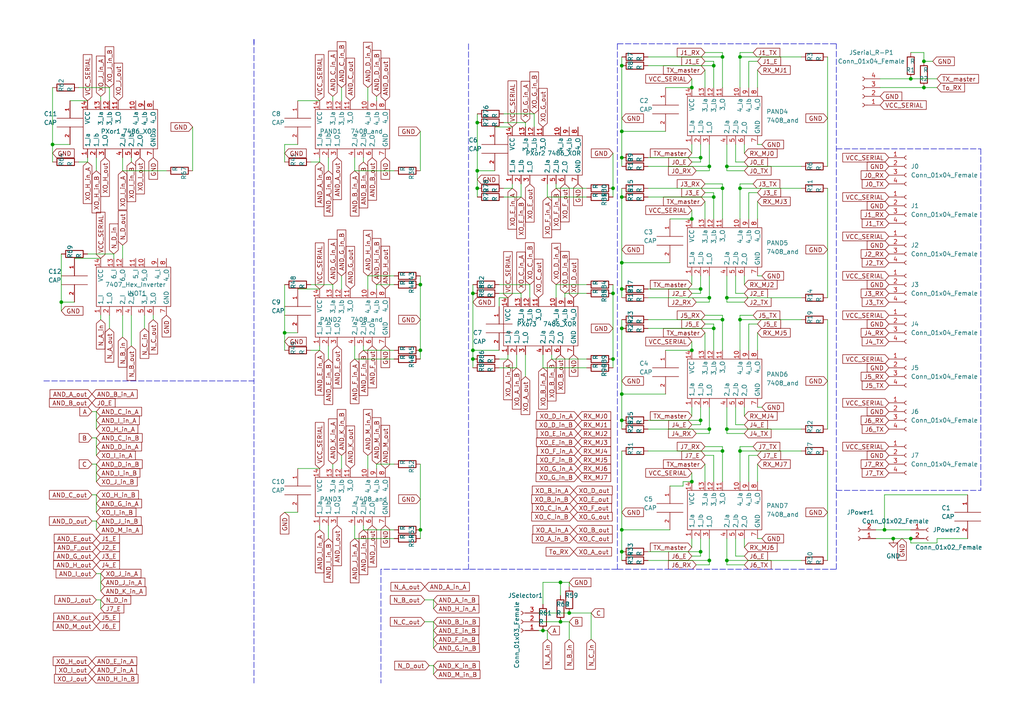
<source format=kicad_sch>
(kicad_sch (version 20211123) (generator eeschema)
  (paper "A4")
  (lib_symbols
    (symbol "Connector:Conn_01x02_Female" (pin_names (offset 1.016) hide)
      (property "Reference" "J" (at 0 2.54 0))
      (property "Value" "Conn_01x02_Female" (at 0 -5.08 0))
      (symbol "Conn_01x02_Female_1_1"
        (pin passive line (at -5.08 0 0) (length 3.81) (name "Pin_1") (number "1"))
        (pin passive line (at -5.08 -2.54 0) (length 3.81) (name "Pin_2") (number "2"))
      )
    )
    (symbol "Connector:Conn_01x03_Female" (pin_names (offset 1.016) hide)
      (property "Reference" "J" (at 0 5.08 0))
      (property "Value" "Conn_01x03_Female" (at 0 -5.08 0))
      (symbol "Conn_01x03_Female_1_1"
        (pin passive line (at -5.08 2.54 0) (length 3.81) (name "Pin_1") (number "1"))
        (pin passive line (at -5.08 0 0) (length 3.81) (name "Pin_2") (number "2"))
        (pin passive line (at -5.08 -2.54 0) (length 3.81) (name "Pin_3") (number "3"))
      )
    )
    (symbol "Connector:Conn_01x04_Female" (pin_names (offset 1.016) hide)
      (property "Reference" "J" (at 0 5.08 0))
      (property "Value" "Conn_01x04_Female" (at 0 -7.62 0))
      (symbol "Conn_01x04_Female_1_1"
        (pin passive line (at -5.08 2.54 0) (length 3.81) (name "Pin_1") (number "1"))
        (pin passive line (at -5.08 0 0) (length 3.81) (name "Pin_2") (number "2"))
        (pin passive line (at -5.08 -2.54 0) (length 3.81) (name "Pin_3") (number "3"))
        (pin passive line (at -5.08 -5.08 0) (length 3.81) (name "Pin_4") (number "4"))
      )
    )
    (symbol "Device:R" (pin_numbers hide) (pin_names (offset 0))
      (property "Reference" "R" (at 2.032 0 90))
      (property "Value" "R" (at 0 0 90))
      (symbol "R_1_1"
        (pin passive line (at 0 3.81 270) (length 1.27) (name "~") (number "1"))
        (pin passive line (at 0 -3.81 90) (length 1.27) (name "~") (number "2"))
      )
    )
    (symbol "LibreriaPedro:7407_Hex_Inverter"
      (property "Reference" "I" (at 8.89 0 0))
      (property "Value" "7407_Hex_Inverter" (at -1.27 0 0))
      (symbol "7407_Hex_Inverter_1_1"
        (pin input line (at -8.89 -7.62 90) (length 2.54) (name "1_I") (number "1"))
        (pin input line (at 3.81 8.89 270) (length 2.54) (name "5_O") (number "10"))
        (pin input line (at 1.27 8.89 270) (length 2.54) (name "5_I") (number "11"))
        (pin input line (at -2.54 8.89 270) (length 2.54) (name "6_O") (number "12"))
        (pin input line (at -5.08 8.89 270) (length 2.54) (name "6_I") (number "13"))
        (pin input line (at -8.89 8.89 270) (length 2.54) (name "VCC") (number "14"))
        (pin input line (at -6.35 -7.62 90) (length 2.54) (name "1_O") (number "2"))
        (pin input line (at -2.54 -7.62 90) (length 2.54) (name "2_I") (number "3"))
        (pin input line (at 0 -7.62 90) (length 2.54) (name "2_O") (number "4"))
        (pin input line (at 3.81 -7.62 90) (length 2.54) (name "3_I") (number "5"))
        (pin input line (at 6.35 -7.62 90) (length 2.54) (name "3_O") (number "6"))
        (pin input line (at 10.16 -7.62 90) (length 2.54) (name "GND") (number "7"))
        (pin input line (at 10.16 8.89 270) (length 2.54) (name "4_O") (number "8"))
        (pin input line (at 7.62 8.89 270) (length 2.54) (name "4_l") (number "9"))
      )
    )
    (symbol "LibreriaPedro:7408_and"
      (property "Reference" "P" (at 2.54 2.54 0))
      (property "Value" "7408_and" (at 2.54 0 0))
      (symbol "7408_and_1_1"
        (pin input line (at -8.89 -7.62 90) (length 2.54) (name "1_Ia") (number "1"))
        (pin input line (at 5.08 8.89 270) (length 2.54) (name "4_Ia") (number "10"))
        (pin input line (at 0 8.89 270) (length 2.54) (name "3_O") (number "11"))
        (pin input line (at -2.54 8.89 270) (length 2.54) (name "3_lb") (number "12"))
        (pin input line (at -5.08 8.89 270) (length 2.54) (name "3_Ia") (number "13"))
        (pin input line (at -8.89 8.89 270) (length 2.54) (name "VCC") (number "14"))
        (pin input line (at -6.35 -7.62 90) (length 2.54) (name "1_Ib") (number "2"))
        (pin input line (at -3.81 -7.62 90) (length 2.54) (name "1_O") (number "3"))
        (pin input line (at 1.27 -7.62 90) (length 2.54) (name "2_Ia") (number "4"))
        (pin input line (at 3.81 -7.62 90) (length 2.54) (name "2_Ib") (number "5"))
        (pin input line (at 6.35 -7.62 90) (length 2.54) (name "2_O") (number "6"))
        (pin input line (at 10.16 -7.62 90) (length 2.54) (name "GND") (number "7"))
        (pin input line (at 10.16 8.89 270) (length 2.54) (name "4_O") (number "8"))
        (pin input line (at 7.62 8.89 270) (length 2.54) (name "4_lb") (number "9"))
      )
    )
    (symbol "LibreriaPedro:7486_XOR"
      (property "Reference" "P" (at 6.35 -1.27 0))
      (property "Value" "7486_XOR" (at -3.81 -1.27 0))
      (symbol "7486_XOR_1_1"
        (pin input line (at -10.16 -8.89 90) (length 2.54) (name "1_Ia") (number "1"))
        (pin input line (at 3.81 7.62 270) (length 2.54) (name "4_Ia") (number "10"))
        (pin input line (at -1.27 7.62 270) (length 2.54) (name "3_O") (number "11"))
        (pin input line (at -3.81 7.62 270) (length 2.54) (name "3_lb") (number "12"))
        (pin input line (at -6.35 7.62 270) (length 2.54) (name "3_Ia") (number "13"))
        (pin input line (at -10.16 7.62 270) (length 2.54) (name "VCC") (number "14"))
        (pin input line (at -7.62 -8.89 90) (length 2.54) (name "1_Ib") (number "2"))
        (pin input line (at -5.08 -8.89 90) (length 2.54) (name "1_O") (number "3"))
        (pin input line (at 0 -8.89 90) (length 2.54) (name "2_Ia") (number "4"))
        (pin input line (at 2.54 -8.89 90) (length 2.54) (name "2_Ib") (number "5"))
        (pin input line (at 5.08 -8.89 90) (length 2.54) (name "2_O") (number "6"))
        (pin input line (at 8.89 -8.89 90) (length 2.54) (name "GND") (number "7"))
        (pin input line (at 8.89 7.62 270) (length 2.54) (name "4_O") (number "8"))
        (pin input line (at 6.35 7.62 270) (length 2.54) (name "4_lb") (number "9"))
      )
    )
    (symbol "power:GND" (power) (pin_names (offset 0))
      (property "Value" "GND" (at 0 -3.81 0))
      (symbol "GND_1_1"
        (pin power_in line (at 0 0 270) (length 0) hide (name "GND") (number "1"))
      )
    )
    (symbol "pspice:CAP" (pin_names (offset 0.254))
      (property "Reference" "C" (at 2.54 3.81 90))
      (property "Value" "CAP" (at 2.54 -3.81 90))
      (symbol "CAP_1_1"
        (pin passive line (at 0 6.35 270) (length 5.08) (name "~") (number "1"))
        (pin passive line (at 0 -6.35 90) (length 5.08) (name "~") (number "2"))
      )
    )
  )
  (junction (at 180.34 95.25))
  (junction (at 180.34 45.72))
  (junction (at 210.82 86.36))
  (junction (at 138.43 35.56))
  (junction (at 203.2 160.02))
  (junction (at 200.66 139.7))
  (junction (at 121.92 153.67))
  (junction (at 267.97 25.4))
  (junction (at 200.66 63.5))
  (junction (at 180.34 38.1))
  (junction (at 180.34 83.82))
  (junction (at 137.16 104.14))
  (junction (at 214.63 54.61))
  (junction (at 180.34 114.3))
  (junction (at 121.92 101.6))
  (junction (at 267.97 17.78))
  (junction (at 205.74 86.36))
  (junction (at 205.74 48.26))
  (junction (at 15.24 41.91))
  (junction (at 177.8 54.61))
  (junction (at 162.56 180.34))
  (junction (at 138.43 49.53))
  (junction (at 138.43 54.61))
  (junction (at 17.78 87.63))
  (junction (at 210.82 124.46))
  (junction (at 177.8 85.09))
  (junction (at 200.66 101.6))
  (junction (at 165.1 177.8))
  (junction (at 207.01 95.25))
  (junction (at 162.56 168.91))
  (junction (at 157.48 182.88))
  (junction (at 209.55 130.81))
  (junction (at 209.55 16.51))
  (junction (at 210.82 48.26))
  (junction (at 205.74 124.46))
  (junction (at 214.63 16.51))
  (junction (at 203.2 45.72))
  (junction (at 180.34 153.67))
  (junction (at 203.2 121.92))
  (junction (at 137.16 85.09))
  (junction (at 210.82 162.56))
  (junction (at 214.63 92.71))
  (junction (at 180.34 121.92))
  (junction (at 177.8 104.14))
  (junction (at 259.08 156.21))
  (junction (at 121.92 82.55))
  (junction (at 264.16 22.86))
  (junction (at 205.74 162.56))
  (junction (at 180.34 160.02))
  (junction (at 180.34 57.15))
  (junction (at 203.2 83.82))
  (junction (at 207.01 19.05))
  (junction (at 264.16 156.21))
  (junction (at 256.54 153.67))
  (junction (at 209.55 92.71))
  (junction (at 200.66 25.4))
  (junction (at 82.55 96.52))
  (junction (at 209.55 54.61))
  (junction (at 137.16 101.6))
  (junction (at 207.01 57.15))
  (junction (at 180.34 76.2))
  (junction (at 180.34 19.05))
  (junction (at 214.63 130.81))
  (wire (pts (xy 204.47 134.62) (xy 204.47 139.7)))
  (wire (pts (xy 114.3 104.14) (xy 102.87 104.14)))
  (wire (pts (xy 204.47 55.88) (xy 207.01 55.88)))
  (wire (pts (xy 200.66 99.06) (xy 200.66 101.6)))
  (wire (pts (xy 210.82 156.21) (xy 210.82 162.56)))
  (wire (pts (xy 146.05 57.15) (xy 151.13 57.15)))
  (wire (pts (xy 121.92 80.01) (xy 121.92 82.55)))
  (wire (pts (xy 121.92 38.1) (xy 121.92 49.53)))
  (wire (pts (xy 209.55 129.54) (xy 204.47 129.54)))
  (wire (pts (xy 180.34 16.51) (xy 180.34 19.05)))
  (wire (pts (xy 180.34 45.72) (xy 180.34 48.26)))
  (wire (pts (xy 210.82 41.91) (xy 210.82 48.26)))
  (wire (pts (xy 214.63 16.51) (xy 232.41 16.51)))
  (wire (pts (xy 123.19 173.99) (xy 125.73 173.99)))
  (wire (pts (xy 280.67 156.21) (xy 271.78 156.21)))
  (wire (pts (xy 102.87 49.53) (xy 102.87 45.72)))
  (wire (pts (xy 114.3 80.01) (xy 106.68 80.01)))
  (polyline (pts (xy 179.07 12.7) (xy 242.57 12.7)))
  (wire (pts (xy 29.21 27.94) (xy 29.21 29.21)))
  (wire (pts (xy 187.96 57.15) (xy 207.01 57.15)))
  (wire (pts (xy 109.22 82.55) (xy 109.22 83.82)))
  (wire (pts (xy 205.74 41.91) (xy 205.74 48.26)))
  (wire (pts (xy 86.36 29.21) (xy 92.71 29.21)))
  (wire (pts (xy 15.24 41.91) (xy 20.32 41.91)))
  (wire (pts (xy 95.25 104.14) (xy 95.25 100.33)))
  (wire (pts (xy 271.78 25.4) (xy 267.97 25.4)))
  (wire (pts (xy 271.78 156.21) (xy 271.78 157.48)))
  (wire (pts (xy 125.73 193.04) (xy 125.73 195.58)))
  (wire (pts (xy 35.56 71.12) (xy 35.56 74.93)))
  (wire (pts (xy 95.25 156.21) (xy 95.25 152.4)))
  (wire (pts (xy 171.45 177.8) (xy 171.45 185.42)))
  (wire (pts (xy 27.94 143.51) (xy 27.94 148.59)))
  (wire (pts (xy 146.05 54.61) (xy 148.59 54.61)))
  (wire (pts (xy 17.78 87.63) (xy 21.59 87.63)))
  (wire (pts (xy 213.36 41.91) (xy 213.36 46.99)))
  (wire (pts (xy 27.94 134.62) (xy 27.94 139.7)))
  (wire (pts (xy 114.3 156.21) (xy 102.87 156.21)))
  (wire (pts (xy 217.17 132.08) (xy 219.71 132.08)))
  (wire (pts (xy 180.34 114.3) (xy 193.04 114.3)))
  (wire (pts (xy 187.96 124.46) (xy 205.74 124.46)))
  (wire (pts (xy 157.48 106.68) (xy 157.48 102.87)))
  (wire (pts (xy 264.16 15.24) (xy 267.97 15.24)))
  (wire (pts (xy 177.8 57.15) (xy 177.8 54.61)))
  (wire (pts (xy 209.55 91.44) (xy 209.55 92.71)))
  (wire (pts (xy 180.34 76.2) (xy 194.31 76.2)))
  (wire (pts (xy 210.82 87.63) (xy 215.9 87.63)))
  (wire (pts (xy 151.13 57.15) (xy 151.13 53.34)))
  (wire (pts (xy 209.55 91.44) (xy 204.47 91.44)))
  (wire (pts (xy 203.2 156.21) (xy 203.2 160.02)))
  (wire (pts (xy 114.3 49.53) (xy 102.87 49.53)))
  (wire (pts (xy 161.29 82.55) (xy 161.29 86.36)))
  (wire (pts (xy 114.3 82.55) (xy 109.22 82.55)))
  (wire (pts (xy 162.56 180.34) (xy 165.1 180.34)))
  (wire (pts (xy 240.03 130.81) (xy 240.03 162.56)))
  (wire (pts (xy 146.05 35.56) (xy 152.4 35.56)))
  (wire (pts (xy 270.51 17.78) (xy 267.97 17.78)))
  (wire (pts (xy 203.2 45.72) (xy 203.2 46.99)))
  (wire (pts (xy 210.82 162.56) (xy 232.41 162.56)))
  (wire (pts (xy 214.63 15.24) (xy 218.44 15.24)))
  (wire (pts (xy 38.1 100.33) (xy 38.1 91.44)))
  (wire (pts (xy 207.01 19.05) (xy 207.01 25.4)))
  (wire (pts (xy 177.8 85.09) (xy 177.8 82.55)))
  (wire (pts (xy 271.78 22.86) (xy 264.16 22.86)))
  (wire (pts (xy 161.29 82.55) (xy 170.18 82.55)))
  (wire (pts (xy 210.82 163.83) (xy 215.9 163.83)))
  (wire (pts (xy 205.74 80.01) (xy 205.74 86.36)))
  (wire (pts (xy 121.92 104.14) (xy 121.92 101.6)))
  (wire (pts (xy 210.82 125.73) (xy 215.9 125.73)))
  (wire (pts (xy 203.2 161.29) (xy 200.66 161.29)))
  (wire (pts (xy 209.55 54.61) (xy 209.55 63.5)))
  (wire (pts (xy 82.55 148.59) (xy 86.36 148.59)))
  (wire (pts (xy 204.47 20.32) (xy 204.47 25.4)))
  (wire (pts (xy 138.43 33.02) (xy 138.43 35.56)))
  (wire (pts (xy 259.08 156.21) (xy 254 156.21)))
  (wire (pts (xy 35.56 97.79) (xy 35.56 91.44)))
  (polyline (pts (xy 179.07 12.7) (xy 179.07 165.1)))
  (wire (pts (xy 154.94 33.02) (xy 154.94 36.83)))
  (wire (pts (xy 86.36 135.89) (xy 92.71 135.89)))
  (wire (pts (xy 144.78 86.36) (xy 147.32 86.36)))
  (polyline (pts (xy 284.48 43.18) (xy 284.48 142.24)))
  (wire (pts (xy 203.2 83.82) (xy 203.2 85.09)))
  (wire (pts (xy 214.63 54.61) (xy 232.41 54.61)))
  (wire (pts (xy 217.17 55.88) (xy 217.17 63.5)))
  (wire (pts (xy 214.63 53.34) (xy 214.63 54.61)))
  (wire (pts (xy 82.55 96.52) (xy 86.36 96.52)))
  (wire (pts (xy 165.1 168.91) (xy 165.1 170.18)))
  (wire (pts (xy 157.48 106.68) (xy 170.18 106.68)))
  (wire (pts (xy 210.82 80.01) (xy 210.82 86.36)))
  (wire (pts (xy 177.8 44.45) (xy 177.8 54.61)))
  (wire (pts (xy 29.21 173.99) (xy 29.21 176.53)))
  (wire (pts (xy 144.78 104.14) (xy 147.32 104.14)))
  (polyline (pts (xy 110.49 165.1) (xy 110.49 198.12)))
  (wire (pts (xy 240.03 54.61) (xy 240.03 86.36)))
  (wire (pts (xy 194.31 140.97) (xy 198.12 140.97)))
  (wire (pts (xy 217.17 93.98) (xy 217.17 101.6)))
  (wire (pts (xy 38.1 46.99) (xy 38.1 45.72)))
  (wire (pts (xy 198.12 139.7) (xy 200.66 139.7)))
  (wire (pts (xy 158.75 57.15) (xy 158.75 53.34)))
  (wire (pts (xy 105.41 46.99) (xy 105.41 45.72)))
  (wire (pts (xy 29.21 166.37) (xy 29.21 171.45)))
  (wire (pts (xy 205.74 124.46) (xy 205.74 125.73)))
  (wire (pts (xy 21.59 74.93) (xy 29.21 74.93)))
  (polyline (pts (xy 242.57 142.24) (xy 284.48 142.24)))
  (wire (pts (xy 264.16 153.67) (xy 256.54 153.67)))
  (wire (pts (xy 209.55 15.24) (xy 204.47 15.24)))
  (polyline (pts (xy 135.89 12.7) (xy 135.89 165.1)))
  (wire (pts (xy 124.46 193.04) (xy 125.73 193.04)))
  (wire (pts (xy 264.16 156.21) (xy 259.08 156.21)))
  (wire (pts (xy 203.2 160.02) (xy 203.2 161.29)))
  (wire (pts (xy 187.96 86.36) (xy 205.74 86.36)))
  (wire (pts (xy 203.2 121.92) (xy 203.2 123.19)))
  (wire (pts (xy 214.63 130.81) (xy 214.63 139.7)))
  (wire (pts (xy 148.59 54.61) (xy 148.59 53.34)))
  (wire (pts (xy 22.86 25.4) (xy 31.75 25.4)))
  (wire (pts (xy 156.21 177.8) (xy 165.1 177.8)))
  (wire (pts (xy 209.55 92.71) (xy 209.55 101.6)))
  (wire (pts (xy 180.34 153.67) (xy 194.31 153.67)))
  (wire (pts (xy 204.47 58.42) (xy 204.47 63.5)))
  (wire (pts (xy 187.96 48.26) (xy 205.74 48.26)))
  (wire (pts (xy 205.74 49.53) (xy 201.93 49.53)))
  (wire (pts (xy 215.9 85.09) (xy 213.36 85.09)))
  (wire (pts (xy 90.17 82.55) (xy 96.52 82.55)))
  (wire (pts (xy 220.98 41.91) (xy 219.71 41.91)))
  (wire (pts (xy 214.63 54.61) (xy 214.63 63.5)))
  (wire (pts (xy 96.52 82.55) (xy 96.52 83.82)))
  (wire (pts (xy 210.82 48.26) (xy 232.41 48.26)))
  (wire (pts (xy 90.17 101.6) (xy 92.71 101.6)))
  (wire (pts (xy 55.88 36.83) (xy 55.88 49.53)))
  (wire (pts (xy 213.36 80.01) (xy 213.36 85.09)))
  (wire (pts (xy 198.12 140.97) (xy 198.12 139.7)))
  (wire (pts (xy 180.34 76.2) (xy 180.34 83.82)))
  (wire (pts (xy 214.63 15.24) (xy 214.63 16.51)))
  (wire (pts (xy 207.01 57.15) (xy 207.01 63.5)))
  (polyline (pts (xy 135.89 165.1) (xy 110.49 165.1)))
  (wire (pts (xy 157.48 182.88) (xy 158.75 182.88)))
  (wire (pts (xy 214.63 92.71) (xy 232.41 92.71)))
  (wire (pts (xy 92.71 153.67) (xy 92.71 152.4)))
  (wire (pts (xy 264.16 157.48) (xy 264.16 156.21)))
  (wire (pts (xy 96.52 27.94) (xy 96.52 29.21)))
  (wire (pts (xy 160.02 104.14) (xy 160.02 102.87)))
  (wire (pts (xy 187.96 130.81) (xy 209.55 130.81)))
  (wire (pts (xy 27.94 119.38) (xy 26.67 119.38)))
  (wire (pts (xy 125.73 173.99) (xy 125.73 176.53)))
  (wire (pts (xy 215.9 41.91) (xy 215.9 44.45)))
  (wire (pts (xy 215.9 80.01) (xy 215.9 82.55)))
  (wire (pts (xy 264.16 22.86) (xy 255.27 22.86)))
  (wire (pts (xy 102.87 104.14) (xy 102.87 100.33)))
  (wire (pts (xy 203.2 85.09) (xy 200.66 85.09)))
  (wire (pts (xy 187.96 95.25) (xy 207.01 95.25)))
  (wire (pts (xy 267.97 15.24) (xy 267.97 17.78)))
  (wire (pts (xy 215.9 161.29) (xy 213.36 161.29)))
  (wire (pts (xy 217.17 132.08) (xy 217.17 139.7)))
  (wire (pts (xy 205.74 162.56) (xy 205.74 163.83)))
  (wire (pts (xy 207.01 132.08) (xy 207.01 139.7)))
  (wire (pts (xy 82.55 96.52) (xy 82.55 101.6)))
  (wire (pts (xy 92.71 46.99) (xy 92.71 45.72)))
  (wire (pts (xy 153.67 82.55) (xy 153.67 86.36)))
  (wire (pts (xy 151.13 85.09) (xy 151.13 86.36)))
  (wire (pts (xy 209.55 53.34) (xy 204.47 53.34)))
  (wire (pts (xy 210.82 48.26) (xy 210.82 49.53)))
  (wire (pts (xy 163.83 85.09) (xy 170.18 85.09)))
  (wire (pts (xy 256.54 153.67) (xy 254 153.67)))
  (wire (pts (xy 137.16 82.55) (xy 137.16 85.09)))
  (wire (pts (xy 82.55 41.91) (xy 86.36 41.91)))
  (wire (pts (xy 219.71 58.42) (xy 219.71 63.5)))
  (wire (pts (xy 217.17 93.98) (xy 219.71 93.98)))
  (polyline (pts (xy 242.57 43.18) (xy 284.48 43.18)))
  (wire (pts (xy 180.34 92.71) (xy 180.34 95.25)))
  (wire (pts (xy 280.67 143.51) (xy 256.54 143.51)))
  (wire (pts (xy 106.68 25.4) (xy 106.68 29.21)))
  (wire (pts (xy 214.63 129.54) (xy 218.44 129.54)))
  (wire (pts (xy 177.8 85.09) (xy 177.8 104.14)))
  (wire (pts (xy 180.34 19.05) (xy 180.34 38.1)))
  (wire (pts (xy 204.47 93.98) (xy 207.01 93.98)))
  (wire (pts (xy 207.01 95.25) (xy 207.01 101.6)))
  (wire (pts (xy 204.47 96.52) (xy 204.47 101.6)))
  (wire (pts (xy 177.8 106.68) (xy 177.8 104.14)))
  (wire (pts (xy 82.55 82.55) (xy 82.55 96.52)))
  (wire (pts (xy 180.34 130.81) (xy 180.34 153.67)))
  (wire (pts (xy 96.52 134.62) (xy 96.52 135.89)))
  (wire (pts (xy 137.16 104.14) (xy 137.16 106.68)))
  (wire (pts (xy 27.94 127) (xy 27.94 132.08)))
  (wire (pts (xy 180.34 57.15) (xy 180.34 76.2)))
  (wire (pts (xy 121.92 101.6) (xy 121.92 82.55)))
  (wire (pts (xy 143.51 36.83) (xy 148.59 36.83)))
  (wire (pts (xy 200.66 137.16) (xy 200.66 139.7)))
  (wire (pts (xy 215.9 118.11) (xy 215.9 120.65)))
  (wire (pts (xy 219.71 96.52) (xy 219.71 101.6)))
  (wire (pts (xy 210.82 86.36) (xy 232.41 86.36)))
  (wire (pts (xy 213.36 118.11) (xy 213.36 123.19)))
  (wire (pts (xy 156.21 182.88) (xy 157.48 182.88)))
  (wire (pts (xy 86.36 83.82) (xy 92.71 83.82)))
  (wire (pts (xy 138.43 49.53) (xy 138.43 54.61)))
  (wire (pts (xy 138.43 49.53) (xy 143.51 49.53)))
  (wire (pts (xy 214.63 16.51) (xy 214.63 25.4)))
  (wire (pts (xy 20.32 29.21) (xy 25.4 29.21)))
  (wire (pts (xy 217.17 17.78) (xy 217.17 25.4)))
  (wire (pts (xy 27.94 151.13) (xy 27.94 153.67)))
  (wire (pts (xy 41.91 95.25) (xy 41.91 91.44)))
  (wire (pts (xy 144.78 106.68) (xy 149.86 106.68)))
  (wire (pts (xy 149.86 106.68) (xy 149.86 102.87)))
  (wire (pts (xy 106.68 132.08) (xy 106.68 135.89)))
  (wire (pts (xy 144.78 85.09) (xy 151.13 85.09)))
  (wire (pts (xy 162.56 168.91) (xy 162.56 172.72)))
  (polyline (pts (xy 179.07 165.1) (xy 135.89 165.1)))
  (polyline (pts (xy 73.66 11.43) (xy 73.66 12.7)))
  (wire (pts (xy 29.21 92.71) (xy 29.21 91.44)))
  (wire (pts (xy 31.75 25.4) (xy 31.75 29.21)))
  (wire (pts (xy 219.71 134.62) (xy 219.71 139.7)))
  (wire (pts (xy 99.06 132.08) (xy 99.06 135.89)))
  (wire (pts (xy 156.21 180.34) (xy 162.56 180.34)))
  (wire (pts (xy 180.34 54.61) (xy 180.34 57.15)))
  (wire (pts (xy 203.2 46.99) (xy 200.66 46.99)))
  (wire (pts (xy 214.63 92.71) (xy 214.63 101.6)))
  (wire (pts (xy 161.29 54.61) (xy 161.29 53.34)))
  (wire (pts (xy 44.45 92.71) (xy 44.45 91.44)))
  (wire (pts (xy 194.31 63.5) (xy 200.66 63.5)))
  (wire (pts (xy 240.03 92.71) (xy 240.03 124.46)))
  (wire (pts (xy 187.96 83.82) (xy 203.2 83.82)))
  (wire (pts (xy 27.94 134.62) (xy 26.67 134.62)))
  (wire (pts (xy 187.96 162.56) (xy 205.74 162.56)))
  (wire (pts (xy 220.98 118.11) (xy 219.71 118.11)))
  (wire (pts (xy 125.73 180.34) (xy 125.73 187.96)))
  (wire (pts (xy 207.01 55.88) (xy 207.01 57.15)))
  (wire (pts (xy 203.2 118.11) (xy 203.2 121.92)))
  (wire (pts (xy 152.4 109.22) (xy 152.4 102.87)))
  (wire (pts (xy 187.96 19.05) (xy 207.01 19.05)))
  (wire (pts (xy 187.96 121.92) (xy 203.2 121.92)))
  (wire (pts (xy 209.55 130.81) (xy 209.55 139.7)))
  (wire (pts (xy 209.55 129.54) (xy 209.55 130.81)))
  (wire (pts (xy 180.34 153.67) (xy 180.34 160.02)))
  (polyline (pts (xy 73.66 11.43) (xy 73.66 198.12)))
  (wire (pts (xy 204.47 132.08) (xy 207.01 132.08)))
  (wire (pts (xy 165.1 177.8) (xy 171.45 177.8)))
  (wire (pts (xy 144.78 82.55) (xy 153.67 82.55)))
  (wire (pts (xy 152.4 35.56) (xy 152.4 36.83)))
  (wire (pts (xy 205.74 118.11) (xy 205.74 124.46)))
  (wire (pts (xy 200.66 22.86) (xy 200.66 25.4)))
  (wire (pts (xy 200.66 60.96) (xy 200.66 63.5)))
  (wire (pts (xy 157.48 168.91) (xy 157.48 175.26)))
  (wire (pts (xy 138.43 54.61) (xy 138.43 57.15)))
  (wire (pts (xy 27.94 49.53) (xy 27.94 45.72)))
  (polyline (pts (xy 12.7 110.49) (xy 73.66 110.49)))
  (wire (pts (xy 35.56 49.53) (xy 35.56 45.72)))
  (wire (pts (xy 205.74 87.63) (xy 201.93 87.63)))
  (wire (pts (xy 17.78 73.66) (xy 17.78 87.63)))
  (wire (pts (xy 187.96 45.72) (xy 203.2 45.72)))
  (wire (pts (xy 220.98 156.21) (xy 219.71 156.21)))
  (wire (pts (xy 214.63 130.81) (xy 232.41 130.81)))
  (wire (pts (xy 121.92 153.67) (xy 121.92 156.21)))
  (wire (pts (xy 210.82 49.53) (xy 215.9 49.53)))
  (wire (pts (xy 256.54 143.51) (xy 256.54 153.67)))
  (wire (pts (xy 22.86 46.99) (xy 25.4 46.99)))
  (wire (pts (xy 82.55 41.91) (xy 82.55 46.99)))
  (wire (pts (xy 205.74 48.26) (xy 205.74 49.53)))
  (wire (pts (xy 99.06 25.4) (xy 99.06 29.21)))
  (wire (pts (xy 205.74 86.36) (xy 205.74 87.63)))
  (wire (pts (xy 215.9 46.99) (xy 213.36 46.99)))
  (wire (pts (xy 214.63 91.44) (xy 218.44 91.44)))
  (polyline (pts (xy 242.57 165.1) (xy 242.57 12.7)))
  (wire (pts (xy 240.03 16.51) (xy 240.03 48.26)))
  (wire (pts (xy 193.04 101.6) (xy 200.66 101.6)))
  (wire (pts (xy 114.3 101.6) (xy 105.41 101.6)))
  (wire (pts (xy 147.32 104.14) (xy 147.32 102.87)))
  (wire (pts (xy 187.96 160.02) (xy 203.2 160.02)))
  (wire (pts (xy 214.63 53.34) (xy 218.44 53.34)))
  (wire (pts (xy 271.78 157.48) (xy 264.16 157.48)))
  (wire (pts (xy 204.47 17.78) (xy 207.01 17.78)))
  (wire (pts (xy 15.24 41.91) (xy 15.24 46.99)))
  (wire (pts (xy 33.02 73.66) (xy 33.02 74.93)))
  (wire (pts (xy 27.94 127) (xy 26.67 127)))
  (wire (pts (xy 215.9 156.21) (xy 215.9 158.75)))
  (wire (pts (xy 180.34 121.92) (xy 180.34 124.46)))
  (wire (pts (xy 205.74 156.21) (xy 205.74 162.56)))
  (wire (pts (xy 165.1 180.34) (xy 165.1 185.42)))
  (wire (pts (xy 26.67 143.51) (xy 27.94 143.51)))
  (wire (pts (xy 105.41 101.6) (xy 105.41 100.33)))
  (wire (pts (xy 35.56 49.53) (xy 48.26 49.53)))
  (wire (pts (xy 31.75 95.25) (xy 31.75 91.44)))
  (wire (pts (xy 17.78 87.63) (xy 17.78 90.17)))
  (wire (pts (xy 162.56 168.91) (xy 157.48 168.91)))
  (wire (pts (xy 25.4 73.66) (xy 33.02 73.66)))
  (wire (pts (xy 213.36 156.21) (xy 213.36 161.29)))
  (wire (pts (xy 217.17 17.78) (xy 219.71 17.78)))
  (wire (pts (xy 203.2 123.19) (xy 200.66 123.19)))
  (wire (pts (xy 158.75 182.88) (xy 158.75 185.42)))
  (wire (pts (xy 187.96 16.51) (xy 209.55 16.51)))
  (wire (pts (xy 165.1 168.91) (xy 162.56 168.91)))
  (wire (pts (xy 210.82 118.11) (xy 210.82 124.46)))
  (wire (pts (xy 25.4 46.99) (xy 25.4 45.72)))
  (wire (pts (xy 209.55 53.34) (xy 209.55 54.61)))
  (wire (pts (xy 193.04 25.4) (xy 200.66 25.4)))
  (wire (pts (xy 109.22 134.62) (xy 109.22 135.89)))
  (wire (pts (xy 27.94 119.38) (xy 27.94 124.46)))
  (wire (pts (xy 144.78 88.9) (xy 144.78 86.36)))
  (wire (pts (xy 214.63 129.54) (xy 214.63 130.81)))
  (wire (pts (xy 187.96 54.61) (xy 209.55 54.61)))
  (wire (pts (xy 123.19 180.34) (xy 125.73 180.34)))
  (wire (pts (xy 137.16 101.6) (xy 144.78 101.6)))
  (wire (pts (xy 161.29 54.61) (xy 170.18 54.61)))
  (wire (pts (xy 102.87 156.21) (xy 102.87 152.4)))
  (wire (pts (xy 200.66 80.01) (xy 200.66 82.55)))
  (wire (pts (xy 26.67 151.13) (xy 27.94 151.13)))
  (wire (pts (xy 146.05 33.02) (xy 154.94 33.02)))
  (wire (pts (xy 217.17 55.88) (xy 219.71 55.88)))
  (wire (pts (xy 220.98 80.01) (xy 219.71 80.01)))
  (wire (pts (xy 92.71 101.6) (xy 92.71 100.33)))
  (wire (pts (xy 200.66 118.11) (xy 200.66 120.65)))
  (wire (pts (xy 215.9 123.19) (xy 213.36 123.19)))
  (wire (pts (xy 203.2 41.91) (xy 203.2 45.72)))
  (wire (pts (xy 121.92 134.62) (xy 121.92 153.67)))
  (wire (pts (xy 180.34 38.1) (xy 193.04 38.1)))
  (wire (pts (xy 209.55 16.51) (xy 209.55 25.4)))
  (wire (pts (xy 109.22 134.62) (xy 114.3 134.62)))
  (wire (pts (xy 214.63 91.44) (xy 214.63 92.71)))
  (wire (pts (xy 210.82 124.46) (xy 232.41 124.46)))
  (wire (pts (xy 138.43 35.56) (xy 138.43 49.53)))
  (wire (pts (xy 180.34 38.1) (xy 180.34 45.72)))
  (wire (pts (xy 114.3 153.67) (xy 105.41 153.67)))
  (wire (pts (xy 205.74 125.73) (xy 201.93 125.73)))
  (wire (pts (xy 158.75 57.15) (xy 170.18 57.15)))
  (wire (pts (xy 209.55 15.24) (xy 209.55 16.51)))
  (wire (pts (xy 180.34 160.02) (xy 180.34 162.56)))
  (wire (pts (xy 27.94 166.37) (xy 29.21 166.37)))
  (wire (pts (xy 207.01 17.78) (xy 207.01 19.05)))
  (wire (pts (xy 163.83 85.09) (xy 163.83 86.36)))
  (polyline (pts (xy 179.07 165.1) (xy 242.57 165.1)))
  (wire (pts (xy 187.96 92.71) (xy 209.55 92.71)))
  (wire (pts (xy 90.17 46.99) (xy 92.71 46.99)))
  (wire (pts (xy 210.82 162.56) (xy 210.82 163.83)))
  (wire (pts (xy 180.34 83.82) (xy 180.34 86.36)))
  (wire (pts (xy 180.34 95.25) (xy 180.34 114.3)))
  (wire (pts (xy 200.66 41.91) (xy 200.66 44.45)))
  (wire (pts (xy 200.66 156.21) (xy 200.66 158.75)))
  (wire (pts (xy 210.82 124.46) (xy 210.82 125.73)))
  (wire (pts (xy 105.41 153.67) (xy 105.41 152.4)))
  (wire (pts (xy 180.34 114.3) (xy 180.34 121.92)))
  (wire (pts (xy 95.25 49.53) (xy 95.25 45.72)))
  (wire (pts (xy 29.21 173.99) (xy 27.94 173.99)))
  (wire (pts (xy 267.97 25.4) (xy 255.27 25.4)))
  (wire (pts (xy 203.2 80.01) (xy 203.2 83.82)))
  (wire (pts (xy 207.01 93.98) (xy 207.01 95.25)))
  (wire (pts (xy 99.06 80.01) (xy 99.06 83.82)))
  (wire (pts (xy 160.02 104.14) (xy 170.18 104.14)))
  (wire (pts (xy 205.74 163.83) (xy 201.93 163.83)))
  (wire (pts (xy 210.82 86.36) (xy 210.82 87.63)))
  (wire (pts (xy 15.24 25.4) (xy 15.24 41.91)))
  (wire (pts (xy 137.16 85.09) (xy 137.16 101.6)))
  (wire (pts (xy 109.22 27.94) (xy 109.22 29.21)))
  (wire (pts (xy 219.71 20.32) (xy 219.71 25.4)))
  (wire (pts (xy 106.68 80.01) (xy 106.68 83.82)))
  (wire (pts (xy 137.16 101.6) (xy 137.16 104.14)))
  (global_label "AND_M_out" (shape input) (at 27.94 181.61 180) (property "Intersheet References" "${INTERSHEET_REFS}" (effects hide)))
  (global_label "J6_TX" (shape input) (at 215.9 163.83 0) (property "Intersheet References" "${INTERSHEET_REFS}" (effects hide)))
  (global_label "N_B_out" (shape input) (at 38.1 100.33 270) (property "Intersheet References" "${INTERSHEET_REFS}" (effects hide)))
  (global_label "XO_D_out" (shape input) (at 166.37 86.36 90) (property "Intersheet References" "${INTERSHEET_REFS}" (effects hide)))
  (global_label "AND_B_out" (shape input) (at 26.67 116.84 180) (property "Intersheet References" "${INTERSHEET_REFS}" (effects hide)))
  (global_label "VCC_SERIAL" (shape input) (at 25.4 29.21 90) (property "Intersheet References" "${INTERSHEET_REFS}" (effects hide)))
  (global_label "AND_M_in_A" (shape input) (at 106.68 132.08 90) (property "Intersheet References" "${INTERSHEET_REFS}" (effects hide)))
  (global_label "GND" (shape input) (at 180.34 110.49 0) (property "Intersheet References" "${INTERSHEET_REFS}" (effects hide)))
  (global_label "TX_master" (shape input) (at 271.78 22.86 0) (property "Intersheet References" "${INTERSHEET_REFS}" (effects hide)))
  (global_label "XO_A_in_A" (shape input) (at 166.37 153.67 180) (property "Intersheet References" "${INTERSHEET_REFS}" (effects hide)))
  (global_label "VCC_SERIAL" (shape input) (at 148.59 36.83 90) (property "Intersheet References" "${INTERSHEET_REFS}" (effects hide)))
  (global_label "RX_MJ4" (shape input) (at 167.64 130.81 0) (property "Intersheet References" "${INTERSHEET_REFS}" (effects hide)))
  (global_label "XO_A_out" (shape input) (at 166.37 160.02 0) (property "Intersheet References" "${INTERSHEET_REFS}" (effects hide)))
  (global_label "AND_M_in_A" (shape input) (at 27.94 153.67 0) (property "Intersheet References" "${INTERSHEET_REFS}" (effects hide)))
  (global_label "A" (shape input) (at 158.75 182.88 0) (property "Intersheet References" "${INTERSHEET_REFS}" (effects hide)))
  (global_label "C" (shape input) (at 171.45 177.8 0) (property "Intersheet References" "${INTERSHEET_REFS}" (effects hide)))
  (global_label "RX_MJ5" (shape input) (at 167.64 133.35 0) (property "Intersheet References" "${INTERSHEET_REFS}" (effects hide)))
  (global_label "VCC_SERIAL" (shape input) (at 257.81 104.14 180) (property "Intersheet References" "${INTERSHEET_REFS}" (effects hide)))
  (global_label "GND" (shape input) (at 240.03 34.29 180) (property "Intersheet References" "${INTERSHEET_REFS}" (effects hide)))
  (global_label "N_D_out" (shape input) (at 35.56 71.12 90) (property "Intersheet References" "${INTERSHEET_REFS}" (effects hide)))
  (global_label "AND_B_out" (shape input) (at 107.95 45.72 270) (property "Intersheet References" "${INTERSHEET_REFS}" (effects hide)))
  (global_label "AND_A_out" (shape input) (at 97.79 45.72 270) (property "Intersheet References" "${INTERSHEET_REFS}" (effects hide)))
  (global_label "GND" (shape input) (at 111.76 100.33 270) (property "Intersheet References" "${INTERSHEET_REFS}" (effects hide)))
  (global_label "J5_E" (shape input) (at 204.47 93.98 180) (property "Intersheet References" "${INTERSHEET_REFS}" (effects hide)))
  (global_label "XO_I_in_B" (shape input) (at 27.94 148.59 0) (property "Intersheet References" "${INTERSHEET_REFS}" (effects hide)))
  (global_label "XO_B_in_A" (shape input) (at 157.48 106.68 270) (property "Intersheet References" "${INTERSHEET_REFS}" (effects hide)))
  (global_label "XO_B_in_B" (shape input) (at 166.37 144.78 180) (property "Intersheet References" "${INTERSHEET_REFS}" (effects hide)))
  (global_label "J0_TX" (shape input) (at 215.9 49.53 0) (property "Intersheet References" "${INTERSHEET_REFS}" (effects hide)))
  (global_label "XO_G_out" (shape input) (at 157.48 36.83 90) (property "Intersheet References" "${INTERSHEET_REFS}" (effects hide)))
  (global_label "B" (shape input) (at 26.67 127 180) (property "Intersheet References" "${INTERSHEET_REFS}" (effects hide)))
  (global_label "XO_J_in_A" (shape input) (at 29.21 27.94 90) (property "Intersheet References" "${INTERSHEET_REFS}" (effects hide)))
  (global_label "GND" (shape input) (at 82.55 148.59 270) (property "Intersheet References" "${INTERSHEET_REFS}" (effects hide)))
  (global_label "XO_H_out" (shape input) (at 26.67 191.77 180) (property "Intersheet References" "${INTERSHEET_REFS}" (effects hide)))
  (global_label "GND" (shape input) (at 137.16 87.63 0) (property "Intersheet References" "${INTERSHEET_REFS}" (effects hide)))
  (global_label "AND_A_in_A" (shape input) (at 92.71 46.99 270) (property "Intersheet References" "${INTERSHEET_REFS}" (effects hide)))
  (global_label "RX_MJ0" (shape input) (at 215.9 44.45 0) (property "Intersheet References" "${INTERSHEET_REFS}" (effects hide)))
  (global_label "XO_E_in_B" (shape input) (at 167.64 128.27 180) (property "Intersheet References" "${INTERSHEET_REFS}" (effects hide)))
  (global_label "AND_F_in_B" (shape input) (at 125.73 185.42 0) (property "Intersheet References" "${INTERSHEET_REFS}" (effects hide)))
  (global_label "J4_RX" (shape input) (at 201.93 125.73 180) (property "Intersheet References" "${INTERSHEET_REFS}" (effects hide)))
  (global_label "VCC_SERIAL" (shape input) (at 255.27 30.48 0) (property "Intersheet References" "${INTERSHEET_REFS}" (effects hide)))
  (global_label "AND_K_in_B" (shape input) (at 125.73 193.04 0) (property "Intersheet References" "${INTERSHEET_REFS}" (effects hide)))
  (global_label "TX_master" (shape input) (at 200.66 82.55 180) (property "Intersheet References" "${INTERSHEET_REFS}" (effects hide)))
  (global_label "GND" (shape input) (at 257.81 48.26 180) (property "Intersheet References" "${INTERSHEET_REFS}" (effects hide)))
  (global_label "J2_RX" (shape input) (at 257.81 73.66 180) (property "Intersheet References" "${INTERSHEET_REFS}" (effects hide)))
  (global_label "XO_F_in_B" (shape input) (at 167.64 133.35 180) (property "Intersheet References" "${INTERSHEET_REFS}" (effects hide)))
  (global_label "XO_E_in_A" (shape input) (at 167.64 125.73 180) (property "Intersheet References" "${INTERSHEET_REFS}" (effects hide)))
  (global_label "J0_E" (shape input) (at 215.9 46.99 0) (property "Intersheet References" "${INTERSHEET_REFS}" (effects hide)))
  (global_label "XO_J_in_A" (shape input) (at 29.21 166.37 0) (property "Intersheet References" "${INTERSHEET_REFS}" (effects hide)))
  (global_label "GND" (shape input) (at 111.76 152.4 270) (property "Intersheet References" "${INTERSHEET_REFS}" (effects hide)))
  (global_label "AND_J_out" (shape input) (at 107.95 152.4 270) (property "Intersheet References" "${INTERSHEET_REFS}" (effects hide)))
  (global_label "AND_C_in_A" (shape input) (at 96.52 27.94 90) (property "Intersheet References" "${INTERSHEET_REFS}" (effects hide)))
  (global_label "AND_J_in_B" (shape input) (at 105.41 153.67 270) (property "Intersheet References" "${INTERSHEET_REFS}" (effects hide)))
  (global_label "VCC_SERIAL" (shape input) (at 92.71 29.21 90) (property "Intersheet References" "${INTERSHEET_REFS}" (effects hide)))
  (global_label "GND" (shape input) (at 166.37 102.87 270) (property "Intersheet References" "${INTERSHEET_REFS}" (effects hide)))
  (global_label "AND_A_in_B" (shape input) (at 95.25 49.53 270) (property "Intersheet References" "${INTERSHEET_REFS}" (effects hide)))
  (global_label "J7_E" (shape input) (at 204.47 132.08 180) (property "Intersheet References" "${INTERSHEET_REFS}" (effects hide)))
  (global_label "AND_E_out" (shape input) (at 27.94 156.21 180) (property "Intersheet References" "${INTERSHEET_REFS}" (effects hide)))
  (global_label "J2_RX" (shape input) (at 201.93 87.63 180) (property "Intersheet References" "${INTERSHEET_REFS}" (effects hide)))
  (global_label "XO_H_in_A" (shape input) (at 27.94 124.46 0) (property "Intersheet References" "${INTERSHEET_REFS}" (effects hide)))
  (global_label "RX_MJ5" (shape input) (at 219.71 96.52 0) (property "Intersheet References" "${INTERSHEET_REFS}" (effects hide)))
  (global_label "GND" (shape input) (at 240.03 110.49 180) (property "Intersheet References" "${INTERSHEET_REFS}" (effects hide)))
  (global_label "TX_master" (shape input) (at 200.66 120.65 180) (property "Intersheet References" "${INTERSHEET_REFS}" (effects hide)))
  (global_label "VCC_SERIAL" (shape input) (at 257.81 57.15 180) (property "Intersheet References" "${INTERSHEET_REFS}" (effects hide)))
  (global_label "J0_RX" (shape input) (at 201.93 49.53 180) (property "Intersheet References" "${INTERSHEET_REFS}" (effects hide)))
  (global_label "VCC_SERIAL" (shape input) (at 257.81 68.58 180) (property "Intersheet References" "${INTERSHEET_REFS}" (effects hide)))
  (global_label "J4_E" (shape input) (at 200.66 123.19 180) (property "Intersheet References" "${INTERSHEET_REFS}" (effects hide)))
  (global_label "AND_F_in_A" (shape input) (at 26.67 194.31 0) (property "Intersheet References" "${INTERSHEET_REFS}" (effects hide)))
  (global_label "J2_TX" (shape input) (at 257.81 76.2 180) (property "Intersheet References" "${INTERSHEET_REFS}" (effects hide)))
  (global_label "AND_J_in_B" (shape input) (at 27.94 151.13 0) (property "Intersheet References" "${INTERSHEET_REFS}" (effects hide)))
  (global_label "TX_master" (shape input) (at 204.47 58.42 180) (property "Intersheet References" "${INTERSHEET_REFS}" (effects hide)))
  (global_label "J6_E" (shape input) (at 200.66 161.29 180) (property "Intersheet References" "${INTERSHEET_REFS}" (effects hide)))
  (global_label "GND" (shape input) (at 240.03 72.39 180) (property "Intersheet References" "${INTERSHEET_REFS}" (effects hide)))
  (global_label "GND" (shape input) (at 177.8 95.25 180) (property "Intersheet References" "${INTERSHEET_REFS}" (effects hide)))
  (global_label "RX_MJ1" (shape input) (at 167.64 123.19 0) (property "Intersheet References" "${INTERSHEET_REFS}" (effects hide)))
  (global_label "GND" (shape input) (at 240.03 148.59 180) (property "Intersheet References" "${INTERSHEET_REFS}" (effects hide)))
  (global_label "XO_H_in_A" (shape input) (at 25.4 46.99 270) (property "Intersheet References" "${INTERSHEET_REFS}" (effects hide)))
  (global_label "AND_G_out" (shape input) (at 101.6 83.82 90) (property "Intersheet References" "${INTERSHEET_REFS}" (effects hide)))
  (global_label "XO_I_out" (shape input) (at 26.67 194.31 180) (property "Intersheet References" "${INTERSHEET_REFS}" (effects hide)))
  (global_label "RX_MJ4" (shape input) (at 215.9 120.65 0) (property "Intersheet References" "${INTERSHEET_REFS}" (effects hide)))
  (global_label "J5_TX" (shape input) (at 257.81 111.76 180) (property "Intersheet References" "${INTERSHEET_REFS}" (effects hide)))
  (global_label "J0_RX" (shape input) (at 257.81 50.8 180) (property "Intersheet References" "${INTERSHEET_REFS}" (effects hide)))
  (global_label "XO_B_out" (shape input) (at 162.56 102.87 270) (property "Intersheet References" "${INTERSHEET_REFS}" (effects hide)))
  (global_label "AND_K_out" (shape input) (at 27.94 179.07 180) (property "Intersheet References" "${INTERSHEET_REFS}" (effects hide)))
  (global_label "N_C_in" (shape input) (at 41.91 95.25 270) (property "Intersheet References" "${INTERSHEET_REFS}" (effects hide)))
  (global_label "AND_G_in_B" (shape input) (at 125.73 187.96 0) (property "Intersheet References" "${INTERSHEET_REFS}" (effects hide)))
  (global_label "GND" (shape input) (at 138.43 52.07 0) (property "Intersheet References" "${INTERSHEET_REFS}" (effects hide)))
  (global_label "AND_D_out" (shape input) (at 26.67 151.13 180) (property "Intersheet References" "${INTERSHEET_REFS}" (effects hide)))
  (global_label "GND" (shape input) (at 180.34 72.39 0) (property "Intersheet References" "${INTERSHEET_REFS}" (effects hide)))
  (global_label "XO_H_in_B" (shape input) (at 27.94 143.51 0) (property "Intersheet References" "${INTERSHEET_REFS}" (effects hide)))
  (global_label "RX_MJ0" (shape input) (at 167.64 120.65 0) (property "Intersheet References" "${INTERSHEET_REFS}" (effects hide)))
  (global_label "N_D_in" (shape input) (at 29.21 173.99 0) (property "Intersheet References" "${INTERSHEET_REFS}" (effects hide)))
  (global_label "GND" (shape input) (at 220.98 156.21 0) (property "Intersheet References" "${INTERSHEET_REFS}" (effects hide)))
  (global_label "AND_D_in_A" (shape input) (at 27.94 129.54 0) (property "Intersheet References" "${INTERSHEET_REFS}" (effects hide)))
  (global_label "VCC_SERIAL" (shape input) (at 200.66 22.86 180) (property "Intersheet References" "${INTERSHEET_REFS}" (effects hide)))
  (global_label "VCC_SERIAL" (shape input) (at 257.81 91.44 180) (property "Intersheet References" "${INTERSHEET_REFS}" (effects hide)))
  (global_label "XO_G_out" (shape input) (at 166.37 149.86 0) (property "Intersheet References" "${INTERSHEET_REFS}" (effects hide)))
  (global_label "GND" (shape input) (at 257.81 93.98 180) (property "Intersheet References" "${INTERSHEET_REFS}" (effects hide)))
  (global_label "XO_E_out" (shape input) (at 166.37 144.78 0) (property "Intersheet References" "${INTERSHEET_REFS}" (effects hide)))
  (global_label "J0_E" (shape input) (at 200.66 46.99 180) (property "Intersheet References" "${INTERSHEET_REFS}" (effects hide)))
  (global_label "GND" (shape input) (at 257.81 59.69 180) (property "Intersheet References" "${INTERSHEET_REFS}" (effects hide)))
  (global_label "GND" (shape input) (at 257.81 132.08 180) (property "Intersheet References" "${INTERSHEET_REFS}" (effects hide)))
  (global_label "VCC_SERIAL" (shape input) (at 257.81 129.54 180) (property "Intersheet References" "${INTERSHEET_REFS}" (effects hide)))
  (global_label "J1_E" (shape input) (at 219.71 17.78 0) (property "Intersheet References" "${INTERSHEET_REFS}" (effects hide)))
  (global_label "GND" (shape input) (at 82.55 44.45 0) (property "Intersheet References" "${INTERSHEET_REFS}" (effects hide)))
  (global_label "AND_F_in_A" (shape input) (at 102.87 104.14 270) (property "Intersheet References" "${INTERSHEET_REFS}" (effects hide)))
  (global_label "AND_H_in_A" (shape input) (at 125.73 176.53 0) (property "Intersheet References" "${INTERSHEET_REFS}" (effects hide)))
  (global_label "AND_J_in_A" (shape input) (at 29.21 168.91 0) (property "Intersheet References" "${INTERSHEET_REFS}" (effects hide)))
  (global_label "J4_E" (shape input) (at 27.94 163.83 0) (property "Intersheet References" "${INTERSHEET_REFS}" (effects hide)))
  (global_label "AND_H_in_B" (shape input) (at 109.22 82.55 90) (property "Intersheet References" "${INTERSHEET_REFS}" (effects hide)))
  (global_label "AND_H_in_A" (shape input) (at 106.68 80.01 90) (property "Intersheet References" "${INTERSHEET_REFS}" (effects hide)))
  (global_label "XO_J_out" (shape input) (at 34.29 29.21 90) (property "Intersheet References" "${INTERSHEET_REFS}" (effects hide)))
  (global_label "J2_E" (shape input) (at 200.66 85.09 180) (property "Intersheet References" "${INTERSHEET_REFS}" (effects hide)))
  (global_label "XO_C_in_A" (shape input) (at 166.37 147.32 180) (property "Intersheet References" "${INTERSHEET_REFS}" (effects hide)))
  (global_label "GND" (shape input) (at 17.78 90.17 0) (property "Intersheet References" "${INTERSHEET_REFS}" (effects hide)))
  (global_label "J6_RX" (shape input) (at 257.81 121.92 180) (property "Intersheet References" "${INTERSHEET_REFS}" (effects hide)))
  (global_label "J2_E" (shape input) (at 27.94 158.75 0) (property "Intersheet References" "${INTERSHEET_REFS}" (effects hide)))
  (global_label "VCC_SERIAL" (shape input) (at 257.81 45.72 180) (property "Intersheet References" "${INTERSHEET_REFS}" (effects hide)))
  (global_label "J5_TX" (shape input) (at 218.44 91.44 0) (property "Intersheet References" "${INTERSHEET_REFS}" (effects hide)))
  (global_label "XO_G_in_A" (shape input) (at 152.4 35.56 90) (property "Intersheet References" "${INTERSHEET_REFS}" (effects hide)))
  (global_label "GND" (shape input) (at 121.92 144.78 180) (property "Intersheet References" "${INTERSHEET_REFS}" (effects hide)))
  (global_label "XO_E_out" (shape input) (at 153.67 53.34 270) (property "Intersheet References" "${INTERSHEET_REFS}" (effects hide)))
  (global_label "N_A_out" (shape input) (at 31.75 95.25 270) (property "Intersheet References" "${INTERSHEET_REFS}" (effects hide)))
  (global_label "XO_D_in_B" (shape input) (at 167.64 123.19 180) (property "Intersheet References" "${INTERSHEET_REFS}" (effects hide)))
  (global_label "AND_E_out" (shape input) (at 97.79 100.33 270) (property "Intersheet References" "${INTERSHEET_REFS}" (effects hide)))
  (global_label "AND_J_out" (shape input) (at 27.94 173.99 180) (property "Intersheet References" "${INTERSHEET_REFS}" (effects hide)))
  (global_label "AND_I_in_B" (shape input) (at 27.94 137.16 0) (property "Intersheet References" "${INTERSHEET_REFS}" (effects hide)))
  (global_label "XO_A_in_B" (shape input) (at 149.86 106.68 270) (property "Intersheet References" "${INTERSHEET_REFS}" (effects hide)))
  (global_label "AND_F_out" (shape input) (at 27.94 158.75 180) (property "Intersheet References" "${INTERSHEET_REFS}" (effects hide)))
  (global_label "AND_K_in_A" (shape input) (at 96.52 134.62 90) (property "Intersheet References" "${INTERSHEET_REFS}" (effects hide)))
  (global_label "GND" (shape input) (at 261.62 156.21 270) (property "Intersheet References" "${INTERSHEET_REFS}" (effects hide)))
  (global_label "J3_E" (shape input) (at 27.94 161.29 0) (property "Intersheet References" "${INTERSHEET_REFS}" (effects hide)))
  (global_label "VCC_SERIAL" (shape input) (at 29.21 74.93 90) (property "Intersheet References" "${INTERSHEET_REFS}" (effects hide)))
  (global_label "GND" (shape input) (at 177.8 44.45 180) (property "Intersheet References" "${INTERSHEET_REFS}" (effects hide)))
  (global_label "J3_E" (shape input) (at 204.47 55.88 180) (property "Intersheet References" "${INTERSHEET_REFS}" (effects hide)))
  (global_label "GND" (shape input) (at 82.55 99.06 0) (property "Intersheet References" "${INTERSHEET_REFS}" (effects hide)))
  (global_label "XO_D_in_B" (shape input) (at 163.83 85.09 90) (property "Intersheet References" "${INTERSHEET_REFS}" (effects hide)))
  (global_label "XO_C_in_B" (shape input) (at 166.37 149.86 180) (property "Intersheet References" "${INTERSHEET_REFS}" (effects hide)))
  (global_label "XO_H_out" (shape input) (at 30.48 45.72 270) (property "Intersheet References" "${INTERSHEET_REFS}" (effects hide)))
  (global_label "AND_G_out" (shape input) (at 27.94 161.29 180) (property "Intersheet References" "${INTERSHEET_REFS}" (effects hide)))
  (global_label "RX_MJ1" (shape input) (at 219.71 20.32 0) (property "Intersheet References" "${INTERSHEET_REFS}" (effects hide)))
  (global_label "AND_A_out" (shape input) (at 26.67 114.3 180) (property "Intersheet References" "${INTERSHEET_REFS}" (effects hide)))
  (global_label "RX_MJ2" (shape input) (at 167.64 125.73 0) (property "Intersheet References" "${INTERSHEET_REFS}" (effects hide)))
  (global_label "XO_G_in_B" (shape input) (at 167.64 138.43 180) (property "Intersheet References" "${INTERSHEET_REFS}" (effects hide)))
  (global_label "XO_A_in_A" (shape input) (at 147.32 104.14 270) (property "Intersheet References" "${INTERSHEET_REFS}" (effects hide)))
  (global_label "AND_M_in_B" (shape input) (at 125.73 195.58 0) (property "Intersheet References" "${INTERSHEET_REFS}" (effects hide)))
  (global_label "XO_C_out" (shape input) (at 156.21 86.36 90) (property "Intersheet References" "${INTERSHEET_REFS}" (effects hide)))
  (global_label "VCC_SERIAL" (shape input) (at 92.71 135.89 90) (property "Intersheet References" "${INTERSHEET_REFS}" (effects hide)))
  (global_label "XO_I_out" (shape input) (at 40.64 45.72 270) (property "Intersheet References" "${INTERSHEET_REFS}" (effects hide)))
  (global_label "AND_E_in_A" (shape input) (at 92.71 101.6 270) (property "Intersheet References" "${INTERSHEET_REFS}" (effects hide)))
  (global_label "XO_F_in_B" (shape input) (at 161.29 54.61 270) (property "Intersheet References" "${INTERSHEET_REFS}" (effects hide)))
  (global_label "AND_F_out" (shape input) (at 107.95 100.33 270) (property "Intersheet References" "${INTERSHEET_REFS}" (effects hide)))
  (global_label "XO_H_in_B" (shape input) (at 27.94 49.53 270) (property "Intersheet References" "${INTERSHEET_REFS}" (effects hide)))
  (global_label "XO_J_in_B" (shape input) (at 27.94 139.7 0) (property "Intersheet References" "${INTERSHEET_REFS}" (effects hide)))
  (global_label "J1_RX" (shape input) (at 204.47 15.24 180) (property "Intersheet References" "${INTERSHEET_REFS}" (effects hide)))
  (global_label "AND_M_out" (shape input) (at 111.76 135.89 90) (property "Intersheet References" "${INTERSHEET_REFS}" (effects hide)))
  (global_label "AND_I_out" (shape input) (at 97.79 152.4 270) (property "Intersheet References" "${INTERSHEET_REFS}" (effects hide)))
  (global_label "TX_master" (shape input) (at 200.66 158.75 180) (property "Intersheet References" "${INTERSHEET_REFS}" (effects hide)))
  (global_label "J4_TX" (shape input) (at 257.81 99.06 180) (property "Intersheet References" "${INTERSHEET_REFS}" (effects hide)))
  (global_label "RX_MJ6" (shape input) (at 167.64 135.89 0) (property "Intersheet References" "${INTERSHEET_REFS}" (effects hide)))
  (global_label "AND_K_out" (shape input) (at 101.6 135.89 90) (property "Intersheet References" "${INTERSHEET_REFS}" (effects hide)))
  (global_label "AND_I_in_A" (shape input) (at 27.94 121.92 0) (property "Intersheet References" "${INTERSHEET_REFS}" (effects hide)))
  (global_label "AND_K_in_A" (shape input) (at 29.21 171.45 0) (property "Intersheet References" "${INTERSHEET_REFS}" (effects hide)))
  (global_label "XO_E_in_B" (shape input) (at 151.13 57.15 270) (property "Intersheet References" "${INTERSHEET_REFS}" (effects hide)))
  (global_label "AND_I_in_A" (shape input) (at 92.71 153.67 270) (property "Intersheet References" "${INTERSHEET_REFS}" (effects hide)))
  (global_label "GND" (shape input) (at 220.98 118.11 0) (property "Intersheet References" "${INTERSHEET_REFS}" (effects hide)))
  (global_label "J5_E" (shape input) (at 27.94 179.07 0) (property "Intersheet References" "${INTERSHEET_REFS}" (effects hide)))
  (global_label "N_A_out" (shape input) (at 123.19 170.18 180) (property "Intersheet References" "${INTERSHEET_REFS}" (effects hide)))
  (global_label "GND" (shape input) (at 15.24 44.45 0) (property "Intersheet References" "${INTERSHEET_REFS}" (effects hide)))
  (global_label "AND_C_in_B" (shape input) (at 27.94 127 0) (property "Intersheet References" "${INTERSHEET_REFS}" (effects hide)))
  (global_label "GND" (shape input) (at 220.98 80.01 0) (property "Intersheet References" "${INTERSHEET_REFS}" (effects hide)))
  (global_label "AND_A_in_B" (shape input) (at 125.73 173.99 0) (property "Intersheet References" "${INTERSHEET_REFS}" (effects hide)))
  (global_label "XO_D_in_A" (shape input) (at 167.64 120.65 180) (property "Intersheet References" "${INTERSHEET_REFS}" (effects hide)))
  (global_label "XO_B_out" (shape input) (at 166.37 153.67 0) (property "Intersheet References" "${INTERSHEET_REFS}" (effects hide)))
  (global_label "A" (shape input) (at 26.67 119.38 180) (property "Intersheet References" "${INTERSHEET_REFS}" (effects hide)))
  (global_label "XO_A_in_B" (shape input) (at 166.37 156.21 180) (property "Intersheet References" "${INTERSHEET_REFS}" (effects hide)))
  (global_label "AND_H_out" (shape input) (at 27.94 163.83 180) (property "Intersheet References" "${INTERSHEET_REFS}" (effects hide)))
  (global_label "RX_MJ2" (shape input) (at 215.9 82.55 0) (property "Intersheet References" "${INTERSHEET_REFS}" (effects hide)))
  (global_label "AND_G_in_A" (shape input) (at 96.52 82.55 90) (property "Intersheet References" "${INTERSHEET_REFS}" (effects hide)))
  (global_label "XO_C_in_A" (shape input) (at 151.13 85.09 90) (property "Intersheet References" "${INTERSHEET_REFS}" (effects hide)))
  (global_label "GND" (shape input) (at 55.88 36.83 180) (property "Intersheet References" "${INTERSHEET_REFS}" (effects hide)))
  (global_label "AND_C_in_B" (shape input) (at 99.06 25.4 90) (property "Intersheet References" "${INTERSHEET_REFS}" (effects hide)))
  (global_label "XO_F_out" (shape input) (at 166.37 147.32 0) (property "Intersheet References" "${INTERSHEET_REFS}" (effects hide)))
  (global_label "J7_TX" (shape input) (at 257.81 137.16 180) (property "Intersheet References" "${INTERSHEET_REFS}" (effects hide)))
  (global_label "GND" (shape input) (at 255.27 27.94 0) (property "Intersheet References" "${INTERSHEET_REFS}" (effects hide)))
  (global_label "XO_D_out" (shape input) (at 166.37 142.24 0) (property "Intersheet References" "${INTERSHEET_REFS}" (effects hide)))
  (global_label "XO_C_out" (shape input) (at 166.37 156.21 0) (property "Intersheet References" "${INTERSHEET_REFS}" (effects hide)))
  (global_label "RX_MJ7" (shape input) (at 167.64 138.43 0) (property "Intersheet References" "${INTERSHEET_REFS}" (effects hide)))
  (global_label "AND_E_in_B" (shape input) (at 125.73 182.88 0) (property "Intersheet References" "${INTERSHEET_REFS}" (effects hide)))
  (global_label "N_A_in" (shape input) (at 29.21 92.71 270) (property "Intersheet References" "${INTERSHEET_REFS}" (effects hide)))
  (global_label "GND" (shape input) (at 220.98 41.91 0) (property "Intersheet References" "${INTERSHEET_REFS}" (effects hide)))
  (global_label "GND" (shape input) (at 48.26 91.44 270) (property "Intersheet References" "${INTERSHEET_REFS}" (effects hide)))
  (global_label "J3_RX" (shape input) (at 204.47 53.34 180) (property "Intersheet References" "${INTERSHEET_REFS}" (effects hide)))
  (global_label "J0_E" (shape input) (at 26.67 116.84 0) (property "Intersheet References" "${INTERSHEET_REFS}" (effects hide)))
  (global_label "XO_B_in_B" (shape input) (at 160.02 104.14 270) (property "Intersheet References" "${INTERSHEET_REFS}" (effects hide)))
  (global_label "AND_E_in_B" (shape input) (at 95.25 104.14 270) (property "Intersheet References" "${INTERSHEET_REFS}" (effects hide)))
  (global_label "XO_G_in_A" (shape input) (at 167.64 135.89 180) (property "Intersheet References" "${INTERSHEET_REFS}" (effects hide)))
  (global_label "GND" (shape input) (at 257.81 119.38 180) (property "Intersheet References" "${INTERSHEET_REFS}" (effects hide)))
  (global_label "RX_MJ6" (shape input) (at 215.9 158.75 0) (property "Intersheet References" "${INTERSHEET_REFS}" (effects hide)))
  (global_label "AND_G_in_B" (shape input) (at 99.06 80.01 90) (property "Intersheet References" "${INTERSHEET_REFS}" (effects hide)))
  (global_label "XO_J_in_B" (shape input) (at 31.75 25.4 90) (property "Intersheet References" "${INTERSHEET_REFS}" (effects hide)))
  (global_label "AND_D_in_B" (shape input) (at 27.94 134.62 0) (property "Intersheet References" "${INTERSHEET_REFS}" (effects hide)))
  (global_label "J2_E" (shape input) (at 215.9 85.09 0) (property "Intersheet References" "${INTERSHEET_REFS}" (effects hide)))
  (global_label "AND_I_in_B" (shape input) (at 95.25 156.21 270) (property "Intersheet References" "${INTERSHEET_REFS}" (effects hide)))
  (global_label "AND_D_in_A" (shape input) (at 106.68 25.4 90) (property "Intersheet References" "${INTERSHEET_REFS}" (effects hide)))
  (global_label "AND_I_out" (shape input) (at 27.94 166.37 180) (property "Intersheet References" "${INTERSHEET_REFS}" (effects hide)))
  (global_label "RX_MJ7" (shape input) (at 219.71 134.62 0) (property "Intersheet References" "${INTERSHEET_REFS}" (effects hide)))
  (global_label "J1_TX" (shape input) (at 218.44 15.24 0) (property "Intersheet References" "${INTERSHEET_REFS}" (effects hide)))
  (global_label "XO_G_in_B" (shape input) (at 154.94 33.02 90) (property "Intersheet References" "${INTERSHEET_REFS}" (effects hide)))
  (global_label "N_C_out" (shape input) (at 123.19 180.34 180) (property "Intersheet References" "${INTERSHEET_REFS}" (effects hide)))
  (global_label "RX_MJ3" (shape input) (at 167.64 128.27 0) (property "Intersheet References" "${INTERSHEET_REFS}" (effects hide)))
  (global_label "AND_C_in_A" (shape input) (at 27.94 119.38 0) (property "Intersheet References" "${INTERSHEET_REFS}" (effects hide)))
  (global_label "J1_TX" (shape input) (at 257.81 64.77 180) (property "Intersheet References" "${INTERSHEET_REFS}" (effects hide)))
  (global_label "J3_RX" (shape input) (at 257.81 85.09 180) (property "Intersheet References" "${INTERSHEET_REFS}" (effects hide)))
  (global_label "XO_I_in_A" (shape input) (at 27.94 132.08 0) (property "Intersheet References" "${INTERSHEET_REFS}" (effects hide)))
  (global_label "J3_TX" (shape input) (at 218.44 53.34 0) (property "Intersheet References" "${INTERSHEET_REFS}" (effects hide)))
  (global_label "GND" (shape input) (at 270.51 17.78 0) (property "Intersheet References" "${INTERSHEET_REFS}" (effects hide)))
  (global_label "J7_E" (shape input) (at 29.21 176.53 0) (property "Intersheet References" "${INTERSHEET_REFS}" (effects hide)))
  (global_label "J7_E" (shape input) (at 219.71 132.08 0) (property "Intersheet References" "${INTERSHEET_REFS}" (effects hide)))
  (global_label "J6_E" (shape input) (at 215.9 161.29 0) (property "Intersheet References" "${INTERSHEET_REFS}" (effects hide)))
  (global_label "J5_RX" (shape input) (at 257.81 109.22 180) (property "Intersheet References" "${INTERSHEET_REFS}" (effects hide)))
  (global_label "XO_J_out" (shape input) (at 26.67 196.85 180) (property "Intersheet References" "${INTERSHEET_REFS}" (effects hide)))
  (global_label "N_B_in" (shape input) (at 35.56 97.79 270) (property "Intersheet References" "${INTERSHEET_REFS}" (effects hide)))
  (global_label "AND_K_in_B" (shape input) (at 99.06 132.08 90) (property "Intersheet References" "${INTERSHEET_REFS}" (effects hide)))
  (global_label "AND_G_in_A" (shape input) (at 27.94 146.05 0) (property "Intersheet References" "${INTERSHEET_REFS}" (effects hide)))
  (global_label "To_RX" (shape input) (at 166.37 160.02 180) (property "Intersheet References" "${INTERSHEET_REFS}" (effects hide)))
  (global_label "GND" (shape input) (at 165.1 168.91 0) (property "Intersheet References" "${INTERSHEET_REFS}" (effects hide)))
  (global_label "VCC_SERIAL" (shape input) (at 200.66 99.06 180) (property "Intersheet References" "${INTERSHEET_REFS}" (effects hide)))
  (global_label "XO_F_in_A" (shape input) (at 158.75 57.15 270) (property "Intersheet References" "${INTERSHEET_REFS}" (effects hide)))
  (global_label "J3_E" (shape input) (at 219.71 55.88 0) (property "Intersheet References" "${INTERSHEET_REFS}" (effects hide)))
  (global_label "J5_RX" (shape input) (at 204.47 91.44 180) (property "Intersheet References" "${INTERSHEET_REFS}" (effects hide)))
  (global_label "C" (shape input) (at 26.67 134.62 180) (property "Intersheet References" "${INTERSHEET_REFS}" (effects hide)))
  (global_label "XO_I_in_A" (shape input) (at 35.56 49.53 270) (property "Intersheet References" "${INTERSHEET_REFS}" (effects hide)))
  (global_label "N_A_in" (shape input) (at 158.75 185.42 270) (property "Intersheet References" "${INTERSHEET_REFS}" (effects hide)))
  (global_label "J5_E" (shape input) (at 219.71 93.98 0) (property "Intersheet References" "${INTERSHEET_REFS}" (effects hide)))
  (global_label "To_RX" (shape input) (at 271.78 25.4 0) (property "Intersheet References" "${INTERSHEET_REFS}" (effects hide)))
  (global_label "J0_TX" (shape input) (at 257.81 53.34 180) (property "Intersheet References" "${INTERSHEET_REFS}" (effects hide)))
  (global_label "VCC_SERIAL" (shape input) (at 200.66 137.16 180) (property "Intersheet References" "${INTERSHEET_REFS}" (effects hide)))
  (global_label "XO_B_in_A" (shape input) (at 166.37 142.24 180) (property "Intersheet References" "${INTERSHEET_REFS}" (effects hide)))
  (global_label "N_C_in" (shape input) (at 171.45 185.42 270) (property "Intersheet References" "${INTERSHEET_REFS}" (effects hide)))
  (global_label "GND" (shape input) (at 44.45 45.72 270) (property "Intersheet References" "${INTERSHEET_REFS}" (effects hide)))
  (global_label "J7_TX" (shape input) (at 218.44 129.54 0) (property "Intersheet References" "${INTERSHEET_REFS}" (effects hide)))
  (global_label "AND_D_in_B" (shape input) (at 109.22 27.94 90) (property "Intersheet References" "${INTERSHEET_REFS}" (effects hide)))
  (global_label "AND_F_in_B" (shape input) (at 105.41 101.6 270) (property "Intersheet References" "${INTERSHEET_REFS}" (effects hide)))
  (global_label "J6_TX" (shape input) (at 257.81 124.46 180) (property "Intersheet References" "${INTERSHEET_REFS}" (effects hide)))
  (global_label "GND" (shape input) (at 180.34 148.59 0) (property "Intersheet References" "${INTERSHEET_REFS}" (effects hide)))
  (global_label "XO_A_out" (shape input) (at 152.4 109.22 270) (property "Intersheet References" "${INTERSHEET_REFS}" (effects hide)))
  (global_label "N_D_out" (shape input) (at 124.46 193.04 180) (property "Intersheet References" "${INTERSHEET_REFS}" (effects hide)))
  (global_label "AND_C_out" (shape input) (at 101.6 29.21 90) (property "Intersheet References" "${INTERSHEET_REFS}" (effects hide)))
  (global_label "J1_RX" (shape input) (at 257.81 62.23 180) (property "Intersheet References" "${INTERSHEET_REFS}" (effects hide)))
  (global_label "VCC_SERIAL" (shape input) (at 257.81 80.01 180) (property "Intersheet References" "${INTERSHEET_REFS}" (effects hide)))
  (global_label "XO_D_in_A" (shape input) (at 161.29 82.55 90) (property "Intersheet References" "${INTERSHEET_REFS}" (effects hide)))
  (global_label "AND_B_in_A" (shape input) (at 26.67 114.3 0) (property "Intersheet References" "${INTERSHEET_REFS}" (effects hide)))
  (global_label "J4_TX" (shape input) (at 215.9 125.73 0) (property "Intersheet References" "${INTERSHEET_REFS}" (effects hide)))
  (global_label "TX_master" (shape input) (at 204.47 96.52 180) (property "Intersheet References" "${INTERSHEET_REFS}" (effects hide)))
  (global_label "XO_C_in_B" (shape input) (at 153.67 82.55 90) (property "Intersheet References" "${INTERSHEET_REFS}" (effects hide)))
  (global_label "N_B_out" (shape input) (at 123.19 173.99 180) (property "Intersheet References" "${INTERSHEET_REFS}" (effects hide)))
  (global_label "TX_master" (shape input) (at 200.66 44.45 180) (property "Intersheet References" "${INTERSHEET_REFS}" (effects hide)))
  (global_label "VCC_SERIAL" (shape input) (at 147.32 86.36 90) (property "Intersheet References" "${INTERSHEET_REFS}" (effects hide)))
  (global_label "J3_TX" (shape input) (at 257.81 87.63 180) (property "Intersheet References" "${INTERSHEET_REFS}" (effects hide)))
  (global_label "XO_I_in_B" (shape input) (at 38.1 46.99 270) (property "Intersheet References" "${INTERSHEET_REFS}" (effects hide)))
  (global_label "AND_B_in_B" (shape input) (at 125.73 180.34 0) (property "Intersheet References" "${INTERSHEET_REFS}" (effects hide)))
  (global_label "XO_E_in_A" (shape input) (at 148.59 54.61 270) (property "Intersheet References" "${INTERSHEET_REFS}" (effects hide)))
  (global_label "AND_E_in_A" (shape input) (at 26.67 191.77 0) (property "Intersheet References" "${INTERSHEET_REFS}" (effects hide)))
  (global_label "RX_MJ3" (shape input) (at 219.71 58.42 0) (property "Intersheet References" "${INTERSHEET_REFS}" (effects hide)))
  (global_label "N_C_out" (shape input) (at 44.45 92.71 270) (property "Intersheet References" "${INTERSHEET_REFS}" (effects hide)))
  (global_label "N_D_in" (shape input) (at 33.02 73.66 90) (property "Intersheet References" "${INTERSHEET_REFS}" (effects hide)))
  (global_label "TX_master" (shape input) (at 204.47 134.62 180) (property "Intersheet References" "${INTERSHEET_REFS}" (effects hide)))
  (global_label "GND" (shape input) (at 167.64 53.34 270) (property "Intersheet References" "${INTERSHEET_REFS}" (effects hide)))
  (global_label "VCC_SERIAL" (shape input) (at 257.81 116.84 180) (property "Intersheet References" "${INTERSHEET_REFS}" (effects hide)))
  (global_label "XO_F_in_A" (shape input) (at 167.64 130.81 180) (property "Intersheet References" "${INTERSHEET_REFS}" (effects hide)))
  (global_label "AND_A_in_A" (shape input) (at 123.19 170.18 0) (property "Intersheet References" "${INTERSHEET_REFS}" (effects hide)))
  (global_label "GND" (shape input) (at 257.81 106.68 180) (property "Intersheet References" "${INTERSHEET_REFS}" (effects hide)))
  (global_label "VCC_SERIAL" (shape input) (at 200.66 60.96 180) (property "Intersheet References" "${INTERSHEET_REFS}" (effects hide)))
  (global_label "TX_master" (shape input) (at 204.47 20.32 180) (property "Intersheet References" "${INTERSHEET_REFS}" (effects hide)))
  (global_label "AND_B_in_A" (shape input) (at 102.87 49.53 270) (property "Intersheet References" "${INTERSHEET_REFS}" (effects hide)))
  (global_label "J7_RX" (shape input) (at 257.81 134.62 180) (property "Intersheet References" "${INTERSHEET_REFS}" (effects hide)))
  (global_label "J1_E" (shape input) (at 27.94 156.21 0) (property "Intersheet References" "${INTERSHEET_REFS}" (effects hide)))
  (global_label "AND_H_in_B" (shape input) (at 26.67 196.85 0) (property "Intersheet References" "${INTERSHEET_REFS}" (effects hide)))
  (global_label "AND_D_out" (shape input) (at 111.76 29.21 90) (property "Intersheet References" "${INTERSHEET_REFS}" (effects hide)))
  (global_label "GND" (shape input) (at 121.92 38.1 180) (property "Intersheet References" "${INTERSHEET_REFS}" (effects hide)))
  (global_label "J2_TX" (shape input) (at 215.9 87.63 0) (property "Intersheet References" "${INTERSHEET_REFS}" (effects hide)))
  (global_label "GND" (shape input) (at 257.81 71.12 180) (property "Intersheet References" "${INTERSHEET_REFS}" (effects hide)))
  (global_label "J1_E" (shape input) (at 204.47 17.78 180) (property "Intersheet References" "${INTERSHEET_REFS}" (effects hide)))
  (global_label "J6_E" (shape input) (at 27.94 181.61 0) (property "Intersheet References" "${INTERSHEET_REFS}" (effects hide)))
  (global_label "GND" (shape input) (at 257.81 82.55 180) (property "Intersheet References" "${INTERSHEET_REFS}" (effects hide)))
  (global_label "J6_RX" (shape input) (at 201.93 163.83 180) (property "Intersheet References" "${INTERSHEET_REFS}" (effects hide)))
  (global_label "J4_E" (shape input) (at 215.9 123.19 0) (property "Intersheet References" "${INTERSHEET_REFS}" (effects hide)))
  (global_label "AND_J_in_A" (shape input) (at 102.87 156.21 270) (property "Intersheet References" "${INTERSHEET_REFS}" (effects hide)))
  (global_label "AND_H_out" (shape input) (at 111.76 83.82 90) (property "Intersheet References" "${INTERSHEET_REFS}" (effects hide)))
  (global_label "J4_RX" (shape input) (at 257.81 96.52 180) (property "Intersheet References" "${INTERSHEET_REFS}" (effects hide)))
  (global_label "J7_RX" (shape input) (at 204.47 129.54 180) (property "Intersheet References" "${INTERSHEET_REFS}" (effects hide)))
  (global_label "GND" (shape input) (at 111.76 45.72 270) (property "Intersheet References" "${INTERSHEET_REFS}" (effects hide)))
  (global_label "GND" (shape input) (at 180.34 34.29 0) (property "Intersheet References" "${INTERSHEET_REFS}" (effects hide)))
  (global_label "GND" (shape input) (at 121.92 92.71 180) (property "Intersheet References" "${INTERSHEET_REFS}" (effects hide)))
  (global_label "XO_F_out" (shape input) (at 163.83 53.34 270) (property "Intersheet References" "${INTERSHEET_REFS}" (effects hide)))
  (global_label "AND_B_in_B" (shape input) (at 105.41 46.99 270) (property "Intersheet References" "${INTERSHEET_REFS}" (effects hide)))
  (global_label "AND_C_out" (shape input) (at 26.67 143.51 180) (property "Intersheet References" "${INTERSHEET_REFS}" (effects hide)))
  (global_label "B" (shape input) (at 165.1 180.34 0) (property "Intersheet References" "${INTERSHEET_REFS}" (effects hide)))
  (global_label "AND_M_in_B" (shape input) (at 109.22 134.62 90) (property "Intersheet References" "${INTERSHEET_REFS}" (effects hide)))
  (global_label "N_B_in" (shape input) (at 165.1 185.42 270) (property "Intersheet References" "${INTERSHEET_REFS}" (effects hide)))
  (global_label "VCC_SERIAL" (shape input) (at 92.71 83.82 90) (property "Intersheet References" "${INTERSHEET_REFS}" (effects hide)))
  (symbol (lib_id "Device:R") (at 162.56 176.53 0) (unit 1)
    (property "Reference" "R60" (at 161.29 175.26 0) (effects (justify left)))
    (property "Value" "R" (at 161.29 177.8 0) (effects (justify left)))
    (property "Footprint" "Resistor_THT:R_Axial_DIN0207_L6.3mm_D2.5mm_P10.16mm_Horizontal" (effects hide))
  )
  (symbol (lib_id "Device:R") (at 184.15 162.56 90) (unit 1)
    (property "Reference" "R34" (at 182.88 163.83 0) (effects (justify left)))
    (property "Value" "R" (at 185.42 163.83 0) (effects (justify left)))
    (property "Footprint" "Resistor_THT:R_Axial_DIN0207_L6.3mm_D2.5mm_P10.16mm_Horizontal" (effects hide))
  )
  (symbol (lib_id "Connector:Conn_01x03_Female") (at 151.13 180.34 180) (unit 1)
    (property "Reference" "JSelector1" (at 152.4 172.72 0))
    (property "Value" "Conn_01x03_Female" (at 149.86 184.15 90))
    (property "Footprint" "Library:Conn 35" (effects hide))
  )
  (symbol (lib_id "Device:R") (at 21.59 73.66 90) (unit 1)
    (property "Reference" "R69" (at 20.32 74.93 0) (effects (justify left)))
    (property "Value" "R" (at 22.86 74.93 0) (effects (justify left)))
    (property "Footprint" "Resistor_THT:R_Axial_DIN0207_L6.3mm_D2.5mm_P10.16mm_Horizontal" (effects hide))
  )
  (symbol (lib_id "pspice:CAP") (at 280.67 149.86 0) (unit 1)
    (property "Reference" "C1" (at 273.05 147.32 0) (effects (justify left)))
    (property "Value" "CAP" (at 273.05 149.86 0) (effects (justify left)))
    (property "Footprint" "Capacitor_THT:C_Rect_L4.0mm_W2.5mm_P2.50mm" (effects hide))
  )
  (symbol (lib_id "Device:R") (at 173.99 85.09 270) (unit 1)
    (property "Reference" "R85" (at 175.26 83.82 0) (effects (justify left)))
    (property "Value" "R" (at 172.72 83.82 0) (effects (justify left)))
    (property "Footprint" "Resistor_THT:R_Axial_DIN0207_L6.3mm_D2.5mm_P10.16mm_Horizontal" (effects hide))
  )
  (symbol (lib_id "Device:R") (at 267.97 21.59 180) (unit 1)
    (property "Reference" "R2" (at 269.24 22.86 0) (effects (justify left)))
    (property "Value" "R" (at 269.24 20.32 0) (effects (justify left)))
    (property "Footprint" "Resistor_THT:R_Axial_DIN0207_L6.3mm_D2.5mm_P10.16mm_Horizontal" (effects hide))
  )
  (symbol (lib_id "Connector:Conn_01x04_Female") (at 262.89 93.98 0) (unit 1)
    (property "Reference" "J4" (at 264.16 93.9799 0) (effects (justify left)))
    (property "Value" "Conn_01x04_Female" (at 264.16 96.5199 0) (effects (justify left)))
    (property "Footprint" "Library:Conn 4x5" (effects hide))
  )
  (symbol (lib_id "Device:R") (at 236.22 92.71 90) (unit 1)
    (property "Reference" "R19" (at 234.95 93.98 0) (effects (justify left)))
    (property "Value" "R" (at 237.49 93.98 0) (effects (justify left)))
    (property "Footprint" "Resistor_THT:R_Axial_DIN0207_L6.3mm_D2.5mm_P10.16mm_Horizontal" (effects hide))
  )
  (symbol (lib_id "pspice:CAP") (at 193.04 107.95 0) (unit 1)
    (property "Reference" "C4" (at 185.42 105.41 0) (effects (justify left)))
    (property "Value" "CAP" (at 185.42 107.95 0) (effects (justify left)))
    (property "Footprint" "Capacitor_THT:C_Rect_L4.0mm_W2.5mm_P2.50mm" (effects hide))
  )
  (symbol (lib_id "Device:R") (at 173.99 106.68 270) (unit 1)
    (property "Reference" "R90" (at 175.26 105.41 0) (effects (justify left)))
    (property "Value" "R" (at 172.72 105.41 0) (effects (justify left)))
    (property "Footprint" "Resistor_THT:R_Axial_DIN0207_L6.3mm_D2.5mm_P10.16mm_Horizontal" (effects hide))
  )
  (symbol (lib_id "Device:R") (at 118.11 104.14 270) (unit 1)
    (property "Reference" "R46" (at 119.38 102.87 0) (effects (justify left)))
    (property "Value" "R" (at 116.84 102.87 0) (effects (justify left)))
    (property "Footprint" "Resistor_THT:R_Axial_DIN0207_L6.3mm_D2.5mm_P10.16mm_Horizontal" (effects hide))
  )
  (symbol (lib_id "Device:R") (at 236.22 48.26 90) (unit 1)
    (property "Reference" "R6" (at 234.95 49.53 0) (effects (justify left)))
    (property "Value" "R" (at 237.49 49.53 0) (effects (justify left)))
    (property "Footprint" "Resistor_THT:R_Axial_DIN0207_L6.3mm_D2.5mm_P10.16mm_Horizontal" (effects hide))
  )
  (symbol (lib_id "Device:R") (at 173.99 57.15 270) (unit 1)
    (property "Reference" "R81" (at 175.26 55.88 0) (effects (justify left)))
    (property "Value" "R" (at 172.72 55.88 0) (effects (justify left)))
    (property "Footprint" "Resistor_THT:R_Axial_DIN0207_L6.3mm_D2.5mm_P10.16mm_Horizontal" (effects hide))
  )
  (symbol (lib_id "Device:R") (at 184.15 121.92 90) (unit 1)
    (property "Reference" "R25" (at 182.88 123.19 0) (effects (justify left)))
    (property "Value" "R" (at 185.42 123.19 0) (effects (justify left)))
    (property "Footprint" "Resistor_THT:R_Axial_DIN0207_L6.3mm_D2.5mm_P10.16mm_Horizontal" (effects hide))
  )
  (symbol (lib_id "Device:R") (at 140.97 85.09 90) (unit 1)
    (property "Reference" "R83" (at 139.7 86.36 0) (effects (justify left)))
    (property "Value" "R" (at 142.24 86.36 0) (effects (justify left)))
    (property "Footprint" "Resistor_THT:R_Axial_DIN0207_L6.3mm_D2.5mm_P10.16mm_Horizontal" (effects hide))
  )
  (symbol (lib_id "pspice:CAP") (at 21.59 81.28 0) (unit 1)
    (property "Reference" "C12" (at 13.97 78.74 0) (effects (justify left)))
    (property "Value" "CAP" (at 13.97 81.28 0) (effects (justify left)))
    (property "Footprint" "Capacitor_THT:C_Rect_L4.0mm_W2.5mm_P2.50mm" (effects hide))
  )
  (symbol (lib_id "LibreriaPedro:7486_XOR") (at 157.48 93.98 0) (unit 1)
    (property "Reference" "PXor3" (at 149.86 93.98 0) (effects (justify left)))
    (property "Value" "7486_XOR" (at 157.48 93.98 0) (effects (justify left)))
    (property "Footprint" "Package_DIP:DIP-14_W7.62mm" (effects hide))
  )
  (symbol (lib_id "Device:R") (at 173.99 82.55 270) (unit 1)
    (property "Reference" "R84" (at 175.26 81.28 0) (effects (justify left)))
    (property "Value" "R" (at 172.72 81.28 0) (effects (justify left)))
    (property "Footprint" "Resistor_THT:R_Axial_DIN0207_L6.3mm_D2.5mm_P10.16mm_Horizontal" (effects hide))
  )
  (symbol (lib_id "Device:R") (at 86.36 46.99 90) (unit 1)
    (property "Reference" "R41" (at 85.09 48.26 0) (effects (justify left)))
    (property "Value" "R" (at 87.63 48.26 0) (effects (justify left)))
    (property "Footprint" "Resistor_THT:R_Axial_DIN0207_L6.3mm_D2.5mm_P10.16mm_Horizontal" (effects hide))
  )
  (symbol (lib_id "LibreriaPedro:7408_and") (at 101.6 92.71 0) (unit 1)
    (property "Reference" "PAND2" (at 92.71 92.71 0) (effects (justify left)))
    (property "Value" "7408_and" (at 101.6 92.71 0) (effects (justify left)))
    (property "Footprint" "Package_DIP:DIP-14_W7.62mm" (effects hide))
  )
  (symbol (lib_id "Connector:Conn_01x04_Female") (at 262.89 71.12 0) (unit 1)
    (property "Reference" "J2" (at 264.16 71.1199 0) (effects (justify left)))
    (property "Value" "Conn_01x04_Female" (at 264.16 73.6599 0) (effects (justify left)))
    (property "Footprint" "Library:Conn 4x5" (effects hide))
  )
  (symbol (lib_id "Device:R") (at 184.15 57.15 90) (unit 1)
    (property "Reference" "R16" (at 182.88 58.42 0) (effects (justify left)))
    (property "Value" "R" (at 185.42 58.42 0) (effects (justify left)))
    (property "Footprint" "Resistor_THT:R_Axial_DIN0207_L6.3mm_D2.5mm_P10.16mm_Horizontal" (effects hide))
  )
  (symbol (lib_id "Device:R") (at 118.11 156.21 270) (unit 1)
    (property "Reference" "R54" (at 119.38 154.94 0) (effects (justify left)))
    (property "Value" "R" (at 116.84 154.94 0) (effects (justify left)))
    (property "Footprint" "Resistor_THT:R_Axial_DIN0207_L6.3mm_D2.5mm_P10.16mm_Horizontal" (effects hide))
  )
  (symbol (lib_id "LibreriaPedro:7407_Hex_Inverter") (at 38.1 83.82 0) (unit 1)
    (property "Reference" "INOT1" (at 36.83 85.09 0) (effects (justify left)))
    (property "Value" "7407_Hex_Inverter" (at 30.48 82.55 0) (effects (justify left)))
    (property "Footprint" "Package_DIP:DIP-14_W7.62mm" (effects hide))
  )
  (symbol (lib_id "Device:R") (at 19.05 25.4 90) (unit 1)
    (property "Reference" "R62" (at 17.78 26.67 0) (effects (justify left)))
    (property "Value" "R" (at 20.32 26.67 0) (effects (justify left)))
    (property "Footprint" "Resistor_THT:R_Axial_DIN0207_L6.3mm_D2.5mm_P10.16mm_Horizontal" (effects hide))
  )
  (symbol (lib_id "Device:R") (at 86.36 101.6 90) (unit 1)
    (property "Reference" "R49" (at 85.09 102.87 0) (effects (justify left)))
    (property "Value" "R" (at 87.63 102.87 0) (effects (justify left)))
    (property "Footprint" "Resistor_THT:R_Axial_DIN0207_L6.3mm_D2.5mm_P10.16mm_Horizontal" (effects hide))
  )
  (symbol (lib_id "LibreriaPedro:7408_and") (at 101.6 144.78 0) (unit 1)
    (property "Reference" "PAND3" (at 92.71 144.78 0) (effects (justify left)))
    (property "Value" "7408_and" (at 102.87 144.78 0) (effects (justify left)))
    (property "Footprint" "Package_DIP:DIP-14_W7.62mm" (effects hide))
  )
  (symbol (lib_id "Device:R") (at 19.05 46.99 90) (unit 1)
    (property "Reference" "R64" (at 17.78 48.26 0) (effects (justify left)))
    (property "Value" "R" (at 20.32 48.26 0) (effects (justify left)))
    (property "Footprint" "Resistor_THT:R_Axial_DIN0207_L6.3mm_D2.5mm_P10.16mm_Horizontal" (effects hide))
  )
  (symbol (lib_id "power:GND") (at 259.08 156.21 0) (unit 1)
    (property "Reference" "#PWR0101" (effects hide))
    (property "Value" "GND" (at 259.08 161.29 0))
  )
  (symbol (lib_id "Device:R") (at 52.07 49.53 270) (unit 1)
    (property "Reference" "R67" (at 53.34 48.26 0) (effects (justify left)))
    (property "Value" "R" (at 50.8 48.26 0) (effects (justify left)))
    (property "Footprint" "Resistor_THT:R_Axial_DIN0207_L6.3mm_D2.5mm_P10.16mm_Horizontal" (effects hide))
  )
  (symbol (lib_id "LibreriaPedro:7408_and") (at 209.55 72.39 0) (unit 1)
    (property "Reference" "PAND5" (at 222.25 70.4849 0) (effects (justify left)))
    (property "Value" "7408_and" (at 222.25 73.0249 0) (effects (justify left)))
    (property "Footprint" "Package_DIP:DIP-14_W7.62mm" (effects hide))
  )
  (symbol (lib_id "Device:R") (at 142.24 33.02 90) (unit 1)
    (property "Reference" "R76" (at 140.97 34.29 0) (effects (justify left)))
    (property "Value" "R" (at 143.51 34.29 0) (effects (justify left)))
    (property "Footprint" "Resistor_THT:R_Axial_DIN0207_L6.3mm_D2.5mm_P10.16mm_Horizontal" (effects hide))
  )
  (symbol (lib_id "Connector:Conn_01x04_Female") (at 262.89 106.68 0) (unit 1)
    (property "Reference" "J5" (at 264.16 106.6799 0) (effects (justify left)))
    (property "Value" "Conn_01x04_Female" (at 264.16 109.2199 0) (effects (justify left)))
    (property "Footprint" "Library:Conn 4x5" (effects hide))
  )
  (symbol (lib_id "LibreriaPedro:7408_and") (at 209.55 34.29 0) (unit 1)
    (property "Reference" "PAND4" (at 222.25 32.3849 0) (effects (justify left)))
    (property "Value" "7408_and" (at 222.25 34.9249 0) (effects (justify left)))
    (property "Footprint" "Package_DIP:DIP-14_W7.62mm" (effects hide))
  )
  (symbol (lib_id "pspice:CAP") (at 194.31 69.85 0) (unit 1)
    (property "Reference" "C3" (at 186.69 67.31 0) (effects (justify left)))
    (property "Value" "CAP" (at 186.69 69.85 0) (effects (justify left)))
    (property "Footprint" "Capacitor_THT:C_Rect_L4.0mm_W2.5mm_P2.50mm" (effects hide))
  )
  (symbol (lib_id "Device:R") (at 142.24 35.56 90) (unit 1)
    (property "Reference" "R77" (at 140.97 36.83 0) (effects (justify left)))
    (property "Value" "R" (at 143.51 36.83 0) (effects (justify left)))
    (property "Footprint" "Resistor_THT:R_Axial_DIN0207_L6.3mm_D2.5mm_P10.16mm_Horizontal" (effects hide))
  )
  (symbol (lib_id "Device:R") (at 184.15 86.36 90) (unit 1)
    (property "Reference" "R18" (at 182.88 87.63 0) (effects (justify left)))
    (property "Value" "R" (at 185.42 87.63 0) (effects (justify left)))
    (property "Footprint" "Resistor_THT:R_Axial_DIN0207_L6.3mm_D2.5mm_P10.16mm_Horizontal" (effects hide))
  )
  (symbol (lib_id "Device:R") (at 86.36 82.55 90) (unit 1)
    (property "Reference" "R48" (at 85.09 83.82 0) (effects (justify left)))
    (property "Value" "R" (at 87.63 83.82 0) (effects (justify left)))
    (property "Footprint" "Resistor_THT:R_Axial_DIN0207_L6.3mm_D2.5mm_P10.16mm_Horizontal" (effects hide))
  )
  (symbol (lib_id "Device:R") (at 157.48 179.07 0) (unit 1)
    (property "Reference" "R61" (at 156.21 177.8 0) (effects (justify left)))
    (property "Value" "R" (at 156.21 180.34 0) (effects (justify left)))
    (property "Footprint" "Resistor_THT:R_Axial_DIN0207_L6.3mm_D2.5mm_P10.16mm_Horizontal" (effects hide))
  )
  (symbol (lib_id "LibreriaPedro:7408_and") (at 209.55 110.49 0) (unit 1)
    (property "Reference" "PAND6" (at 222.25 108.5849 0) (effects (justify left)))
    (property "Value" "7408_and" (at 222.25 111.1249 0) (effects (justify left)))
    (property "Footprint" "Package_DIP:DIP-14_W7.62mm" (effects hide))
  )
  (symbol (lib_id "Device:R") (at 184.15 48.26 90) (unit 1)
    (property "Reference" "R10" (at 182.88 49.53 0) (effects (justify left)))
    (property "Value" "R" (at 185.42 49.53 0) (effects (justify left)))
    (property "Footprint" "Resistor_THT:R_Axial_DIN0207_L6.3mm_D2.5mm_P10.16mm_Horizontal" (effects hide))
  )
  (symbol (lib_id "Device:R") (at 236.22 162.56 90) (unit 1)
    (property "Reference" "R30" (at 234.95 163.83 0) (effects (justify left)))
    (property "Value" "R" (at 237.49 163.83 0) (effects (justify left)))
    (property "Footprint" "Resistor_THT:R_Axial_DIN0207_L6.3mm_D2.5mm_P10.16mm_Horizontal" (effects hide))
  )
  (symbol (lib_id "pspice:CAP") (at 194.31 147.32 0) (unit 1)
    (property "Reference" "C5" (at 186.69 144.78 0) (effects (justify left)))
    (property "Value" "CAP" (at 186.69 147.32 0) (effects (justify left)))
    (property "Footprint" "Capacitor_THT:C_Rect_L4.0mm_W2.5mm_P2.50mm" (effects hide))
  )
  (symbol (lib_id "pspice:CAP") (at 20.32 35.56 0) (unit 1)
    (property "Reference" "C11" (at 12.7 33.02 0) (effects (justify left)))
    (property "Value" "CAP" (at 12.7 35.56 0) (effects (justify left)))
    (property "Footprint" "Capacitor_THT:C_Rect_L4.0mm_W2.5mm_P2.50mm" (effects hide))
  )
  (symbol (lib_id "LibreriaPedro:7486_XOR") (at 158.75 44.45 0) (unit 1)
    (property "Reference" "PXor2" (at 152.4 44.45 0) (effects (justify left)))
    (property "Value" "7486_XOR" (at 158.75 44.45 0) (effects (justify left)))
    (property "Footprint" "Package_DIP:DIP-14_W7.62mm" (effects hide))
  )
  (symbol (lib_id "pspice:CAP") (at 193.04 31.75 0) (unit 1)
    (property "Reference" "C2" (at 185.42 29.21 0) (effects (justify left)))
    (property "Value" "CAP" (at 185.42 31.75 0) (effects (justify left)))
    (property "Footprint" "Capacitor_THT:C_Rect_L4.0mm_W2.5mm_P2.50mm" (effects hide))
  )
  (symbol (lib_id "Device:R") (at 118.11 153.67 270) (unit 1)
    (property "Reference" "R53" (at 119.38 152.4 0) (effects (justify left)))
    (property "Value" "R" (at 116.84 152.4 0) (effects (justify left)))
    (property "Footprint" "Resistor_THT:R_Axial_DIN0207_L6.3mm_D2.5mm_P10.16mm_Horizontal" (effects hide))
  )
  (symbol (lib_id "Device:R") (at 140.97 82.55 90) (unit 1)
    (property "Reference" "R82" (at 139.7 83.82 0) (effects (justify left)))
    (property "Value" "R" (at 142.24 83.82 0) (effects (justify left)))
    (property "Footprint" "Resistor_THT:R_Axial_DIN0207_L6.3mm_D2.5mm_P10.16mm_Horizontal" (effects hide))
  )
  (symbol (lib_id "Device:R") (at 236.22 124.46 90) (unit 1)
    (property "Reference" "R22" (at 234.95 125.73 0) (effects (justify left)))
    (property "Value" "R" (at 237.49 125.73 0) (effects (justify left)))
    (property "Footprint" "Resistor_THT:R_Axial_DIN0207_L6.3mm_D2.5mm_P10.16mm_Horizontal" (effects hide))
  )
  (symbol (lib_id "Connector:Conn_01x02_Female") (at 248.92 156.21 180) (unit 1)
    (property "Reference" "JPower1" (at 249.555 148.59 0))
    (property "Value" "Conn_01x02_Female" (at 259.715 151.13 0))
    (property "Footprint" "Library:Conn2x5" (effects hide))
  )
  (symbol (lib_id "Device:R") (at 264.16 19.05 180) (unit 1)
    (property "Reference" "R1" (at 265.43 20.32 0) (effects (justify left)))
    (property "Value" "R" (at 265.43 17.78 0) (effects (justify left)))
    (property "Footprint" "Resistor_THT:R_Axial_DIN0207_L6.3mm_D2.5mm_P10.16mm_Horizontal" (effects hide))
  )
  (symbol (lib_id "Connector:Conn_01x04_Female") (at 262.89 82.55 0) (unit 1)
    (property "Reference" "J3" (at 264.16 82.5499 0) (effects (justify left)))
    (property "Value" "Conn_01x04_Female" (at 264.16 85.0899 0) (effects (justify left)))
    (property "Footprint" "Library:Conn 4x5" (effects hide))
  )
  (symbol (lib_id "Device:R") (at 184.15 124.46 90) (unit 1)
    (property "Reference" "R26" (at 182.88 125.73 0) (effects (justify left)))
    (property "Value" "R" (at 185.42 125.73 0) (effects (justify left)))
    (property "Footprint" "Resistor_THT:R_Axial_DIN0207_L6.3mm_D2.5mm_P10.16mm_Horizontal" (effects hide))
  )
  (symbol (lib_id "Device:R") (at 118.11 82.55 270) (unit 1)
    (property "Reference" "R44" (at 119.38 81.28 0) (effects (justify left)))
    (property "Value" "R" (at 116.84 81.28 0) (effects (justify left)))
    (property "Footprint" "Resistor_THT:R_Axial_DIN0207_L6.3mm_D2.5mm_P10.16mm_Horizontal" (effects hide))
  )
  (symbol (lib_id "Device:R") (at 165.1 173.99 0) (unit 1)
    (property "Reference" "R59" (at 163.83 172.72 0) (effects (justify left)))
    (property "Value" "R" (at 163.83 175.26 0) (effects (justify left)))
    (property "Footprint" "Resistor_THT:R_Axial_DIN0207_L6.3mm_D2.5mm_P10.16mm_Horizontal" (effects hide))
  )
  (symbol (lib_id "LibreriaPedro:7408_and") (at 101.6 38.1 0) (unit 1)
    (property "Reference" "PAND1" (at 92.71 38.1 0) (effects (justify left)))
    (property "Value" "7408_and" (at 101.6 38.1 0) (effects (justify left)))
    (property "Footprint" "Package_DIP:DIP-14_W7.62mm" (effects hide))
  )
  (symbol (lib_id "Device:R") (at 184.15 130.81 90) (unit 1)
    (property "Reference" "R31" (at 182.88 132.08 0) (effects (justify left)))
    (property "Value" "R" (at 185.42 132.08 0) (effects (justify left)))
    (property "Footprint" "Resistor_THT:R_Axial_DIN0207_L6.3mm_D2.5mm_P10.16mm_Horizontal" (effects hide))
  )
  (symbol (lib_id "pspice:CAP") (at 86.36 90.17 0) (unit 1)
    (property "Reference" "C9" (at 78.74 87.63 0) (effects (justify left)))
    (property "Value" "CAP" (at 78.74 90.17 0) (effects (justify left)))
    (property "Footprint" "Capacitor_THT:C_Rect_L4.0mm_W2.5mm_P2.50mm" (effects hide))
  )
  (symbol (lib_id "Device:R") (at 118.11 80.01 270) (unit 1)
    (property "Reference" "R43" (at 119.38 78.74 0) (effects (justify left)))
    (property "Value" "R" (at 116.84 78.74 0) (effects (justify left)))
    (property "Footprint" "Resistor_THT:R_Axial_DIN0207_L6.3mm_D2.5mm_P10.16mm_Horizontal" (effects hide))
  )
  (symbol (lib_id "Connector:Conn_01x02_Female") (at 269.24 153.67 0) (unit 1)
    (property "Reference" "JPower2" (at 270.51 153.6699 0) (effects (justify left)))
    (property "Value" "Conn_01x02_Female" (at 265.43 158.75 0) (effects (justify left)))
    (property "Footprint" "Library:Conn2x5" (effects hide))
  )
  (symbol (lib_id "Device:R") (at 184.15 95.25 90) (unit 1)
    (property "Reference" "R24" (at 182.88 96.52 0) (effects (justify left)))
    (property "Value" "R" (at 185.42 96.52 0) (effects (justify left)))
    (property "Footprint" "Resistor_THT:R_Axial_DIN0207_L6.3mm_D2.5mm_P10.16mm_Horizontal" (effects hide))
  )
  (symbol (lib_id "Device:R") (at 173.99 54.61 270) (unit 1)
    (property "Reference" "R80" (at 175.26 53.34 0) (effects (justify left)))
    (property "Value" "R" (at 172.72 53.34 0) (effects (justify left)))
    (property "Footprint" "Resistor_THT:R_Axial_DIN0207_L6.3mm_D2.5mm_P10.16mm_Horizontal" (effects hide))
  )
  (symbol (lib_id "pspice:CAP") (at 86.36 35.56 0) (unit 1)
    (property "Reference" "C8" (at 78.74 33.02 0) (effects (justify left)))
    (property "Value" "CAP" (at 78.74 35.56 0) (effects (justify left)))
    (property "Footprint" "Capacitor_THT:C_Rect_L4.0mm_W2.5mm_P2.50mm" (effects hide))
  )
  (symbol (lib_id "Device:R") (at 184.15 45.72 90) (unit 1)
    (property "Reference" "R9" (at 182.88 46.99 0) (effects (justify left)))
    (property "Value" "R" (at 185.42 46.99 0) (effects (justify left)))
    (property "Footprint" "Resistor_THT:R_Axial_DIN0207_L6.3mm_D2.5mm_P10.16mm_Horizontal" (effects hide))
  )
  (symbol (lib_id "LibreriaPedro:7486_XOR") (at 35.56 36.83 0) (unit 1)
    (property "Reference" "PXor1" (at 29.21 38.1 0) (effects (justify left)))
    (property "Value" "7486_XOR" (at 35.56 38.1 0) (effects (justify left)))
    (property "Footprint" "Package_DIP:DIP-14_W7.62mm" (effects hide))
  )
  (symbol (lib_id "Device:R") (at 118.11 134.62 270) (unit 1)
    (property "Reference" "R52" (at 119.38 133.35 0) (effects (justify left)))
    (property "Value" "R" (at 116.84 133.35 0) (effects (justify left)))
    (property "Footprint" "Resistor_THT:R_Axial_DIN0207_L6.3mm_D2.5mm_P10.16mm_Horizontal" (effects hide))
  )
  (symbol (lib_id "Device:R") (at 184.15 19.05 90) (unit 1)
    (property "Reference" "R8" (at 182.88 20.32 0) (effects (justify left)))
    (property "Value" "R" (at 185.42 20.32 0) (effects (justify left)))
    (property "Footprint" "Resistor_THT:R_Axial_DIN0207_L6.3mm_D2.5mm_P10.16mm_Horizontal" (effects hide))
  )
  (symbol (lib_id "pspice:CAP") (at 144.78 95.25 0) (unit 1)
    (property "Reference" "C7" (at 137.16 96.52 0) (effects (justify left)))
    (property "Value" "CAP" (at 137.16 99.06 0) (effects (justify left)))
    (property "Footprint" "Capacitor_THT:C_Rect_L4.0mm_W2.5mm_P2.50mm" (effects hide))
  )
  (symbol (lib_id "Device:R") (at 236.22 54.61 90) (unit 1)
    (property "Reference" "R11" (at 234.95 55.88 0) (effects (justify left)))
    (property "Value" "R" (at 237.49 55.88 0) (effects (justify left)))
    (property "Footprint" "Resistor_THT:R_Axial_DIN0207_L6.3mm_D2.5mm_P10.16mm_Horizontal" (effects hide))
  )
  (symbol (lib_id "Connector:Conn_01x04_Female") (at 262.89 132.08 0) (unit 1)
    (property "Reference" "J7" (at 264.16 132.0799 0) (effects (justify left)))
    (property "Value" "Conn_01x04_Female" (at 264.16 134.6199 0) (effects (justify left)))
    (property "Footprint" "Library:Conn 4x5" (effects hide))
  )
  (symbol (lib_id "Device:R") (at 173.99 104.14 270) (unit 1)
    (property "Reference" "R89" (at 175.26 102.87 0) (effects (justify left)))
    (property "Value" "R" (at 172.72 102.87 0) (effects (justify left)))
    (property "Footprint" "Resistor_THT:R_Axial_DIN0207_L6.3mm_D2.5mm_P10.16mm_Horizontal" (effects hide))
  )
  (symbol (lib_id "Device:R") (at 236.22 130.81 90) (unit 1)
    (property "Reference" "R27" (at 234.95 132.08 0) (effects (justify left)))
    (property "Value" "R" (at 237.49 132.08 0) (effects (justify left)))
    (property "Footprint" "Resistor_THT:R_Axial_DIN0207_L6.3mm_D2.5mm_P10.16mm_Horizontal" (effects hide))
  )
  (symbol (lib_id "Connector:Conn_01x04_Female") (at 250.19 27.94 180) (unit 1)
    (property "Reference" "JSerial_R-P1" (at 252.73 15.24 0))
    (property "Value" "Conn_01x04_Female" (at 252.73 17.78 0))
    (property "Footprint" "Library:Conn 4x5" (effects hide))
  )
  (symbol (lib_id "Connector:Conn_01x04_Female") (at 262.89 59.69 0) (unit 1)
    (property "Reference" "J1" (at 264.16 59.6899 0) (effects (justify left)))
    (property "Value" "Conn_01x04_Female" (at 264.16 62.2299 0) (effects (justify left)))
    (property "Footprint" "Library:Conn 4x5" (effects hide))
  )
  (symbol (lib_id "Device:R") (at 142.24 57.15 90) (unit 1)
    (property "Reference" "R79" (at 140.97 58.42 0) (effects (justify left)))
    (property "Value" "R" (at 143.51 58.42 0) (effects (justify left)))
    (property "Footprint" "Resistor_THT:R_Axial_DIN0207_L6.3mm_D2.5mm_P10.16mm_Horizontal" (effects hide))
  )
  (symbol (lib_id "Device:R") (at 236.22 86.36 90) (unit 1)
    (property "Reference" "R14" (at 234.95 87.63 0) (effects (justify left)))
    (property "Value" "R" (at 237.49 87.63 0) (effects (justify left)))
    (property "Footprint" "Resistor_THT:R_Axial_DIN0207_L6.3mm_D2.5mm_P10.16mm_Horizontal" (effects hide))
  )
  (symbol (lib_id "Device:R") (at 184.15 54.61 90) (unit 1)
    (property "Reference" "R15" (at 182.88 55.88 0) (effects (justify left)))
    (property "Value" "R" (at 185.42 55.88 0) (effects (justify left)))
    (property "Footprint" "Resistor_THT:R_Axial_DIN0207_L6.3mm_D2.5mm_P10.16mm_Horizontal" (effects hide))
  )
  (symbol (lib_id "Device:R") (at 140.97 104.14 90) (unit 1)
    (property "Reference" "R86" (at 139.7 105.41 0) (effects (justify left)))
    (property "Value" "R" (at 142.24 105.41 0) (effects (justify left)))
    (property "Footprint" "Resistor_THT:R_Axial_DIN0207_L6.3mm_D2.5mm_P10.16mm_Horizontal" (effects hide))
  )
  (symbol (lib_id "Device:R") (at 236.22 16.51 90) (unit 1)
    (property "Reference" "R3" (at 234.95 17.78 0) (effects (justify left)))
    (property "Value" "R" (at 237.49 17.78 0) (effects (justify left)))
    (property "Footprint" "Resistor_THT:R_Axial_DIN0207_L6.3mm_D2.5mm_P10.16mm_Horizontal" (effects hide))
  )
  (symbol (lib_id "Device:R") (at 184.15 160.02 90) (unit 1)
    (property "Reference" "R33" (at 182.88 161.29 0) (effects (justify left)))
    (property "Value" "R" (at 185.42 161.29 0) (effects (justify left)))
    (property "Footprint" "Resistor_THT:R_Axial_DIN0207_L6.3mm_D2.5mm_P10.16mm_Horizontal" (effects hide))
  )
  (symbol (lib_id "Device:R") (at 118.11 49.53 270) (unit 1)
    (property "Reference" "R38" (at 119.38 48.26 0) (effects (justify left)))
    (property "Value" "R" (at 116.84 48.26 0) (effects (justify left)))
    (property "Footprint" "Resistor_THT:R_Axial_DIN0207_L6.3mm_D2.5mm_P10.16mm_Horizontal" (effects hide))
  )
  (symbol (lib_id "Connector:Conn_01x04_Female") (at 262.89 48.26 0) (unit 1)
    (property "Reference" "J0" (at 264.16 48.2599 0) (effects (justify left)))
    (property "Value" "Conn_01x04_Female" (at 264.16 50.7999 0) (effects (justify left)))
    (property "Footprint" "Library:Conn 4x5" (effects hide))
  )
  (symbol (lib_id "Device:R") (at 118.11 101.6 270) (unit 1)
    (property "Reference" "R45" (at 119.38 100.33 0) (effects (justify left)))
    (property "Value" "R" (at 116.84 100.33 0) (effects (justify left)))
    (property "Footprint" "Resistor_THT:R_Axial_DIN0207_L6.3mm_D2.5mm_P10.16mm_Horizontal" (effects hide))
  )
  (symbol (lib_id "Connector:Conn_01x04_Female") (at 262.89 119.38 0) (unit 1)
    (property "Reference" "J6" (at 264.16 119.3799 0) (effects (justify left)))
    (property "Value" "Conn_01x04_Female" (at 264.16 121.9199 0) (effects (justify left)))
    (property "Footprint" "Library:Conn 4x5" (effects hide))
  )
  (symbol (lib_id "pspice:CAP") (at 86.36 142.24 0) (unit 1)
    (property "Reference" "C10" (at 78.74 139.7 0) (effects (justify left)))
    (property "Value" "CAP" (at 78.74 142.24 0) (effects (justify left)))
    (property "Footprint" "Capacitor_THT:C_Rect_L4.0mm_W2.5mm_P2.50mm" (effects hide))
  )
  (symbol (lib_id "Device:R") (at 184.15 92.71 90) (unit 1)
    (property "Reference" "R23" (at 182.88 93.98 0) (effects (justify left)))
    (property "Value" "R" (at 185.42 93.98 0) (effects (justify left)))
    (property "Footprint" "Resistor_THT:R_Axial_DIN0207_L6.3mm_D2.5mm_P10.16mm_Horizontal" (effects hide))
  )
  (symbol (lib_id "pspice:CAP") (at 143.51 43.18 0) (unit 1)
    (property "Reference" "C6" (at 135.89 40.64 0) (effects (justify left)))
    (property "Value" "CAP" (at 135.89 43.18 0) (effects (justify left)))
    (property "Footprint" "Capacitor_THT:C_Rect_L4.0mm_W2.5mm_P2.50mm" (effects hide))
  )
  (symbol (lib_id "Device:R") (at 140.97 106.68 90) (unit 1)
    (property "Reference" "R87" (at 139.7 107.95 0) (effects (justify left)))
    (property "Value" "R" (at 142.24 107.95 0) (effects (justify left)))
    (property "Footprint" "Resistor_THT:R_Axial_DIN0207_L6.3mm_D2.5mm_P10.16mm_Horizontal" (effects hide))
  )
  (symbol (lib_id "Device:R") (at 142.24 54.61 90) (unit 1)
    (property "Reference" "R78" (at 140.97 55.88 0) (effects (justify left)))
    (property "Value" "R" (at 143.51 55.88 0) (effects (justify left)))
    (property "Footprint" "Resistor_THT:R_Axial_DIN0207_L6.3mm_D2.5mm_P10.16mm_Horizontal" (effects hide))
  )
  (symbol (lib_id "LibreriaPedro:7408_and") (at 209.55 148.59 0) (unit 1)
    (property "Reference" "PAND7" (at 222.25 146.6849 0) (effects (justify left)))
    (property "Value" "7408_and" (at 222.25 149.2249 0) (effects (justify left)))
    (property "Footprint" "Package_DIP:DIP-14_W7.62mm" (effects hide))
  )
  (symbol (lib_id "Device:R") (at 184.15 16.51 90) (unit 1)
    (property "Reference" "R7" (at 182.88 17.78 0) (effects (justify left)))
    (property "Value" "R" (at 185.42 17.78 0) (effects (justify left)))
    (property "Footprint" "Resistor_THT:R_Axial_DIN0207_L6.3mm_D2.5mm_P10.16mm_Horizontal" (effects hide))
  )
  (symbol (lib_id "Device:R") (at 184.15 83.82 90) (unit 1)
    (property "Reference" "R17" (at 182.88 85.09 0) (effects (justify left)))
    (property "Value" "R" (at 185.42 85.09 0) (effects (justify left)))
    (property "Footprint" "Resistor_THT:R_Axial_DIN0207_L6.3mm_D2.5mm_P10.16mm_Horizontal" (effects hide))
  )
)
</source>
